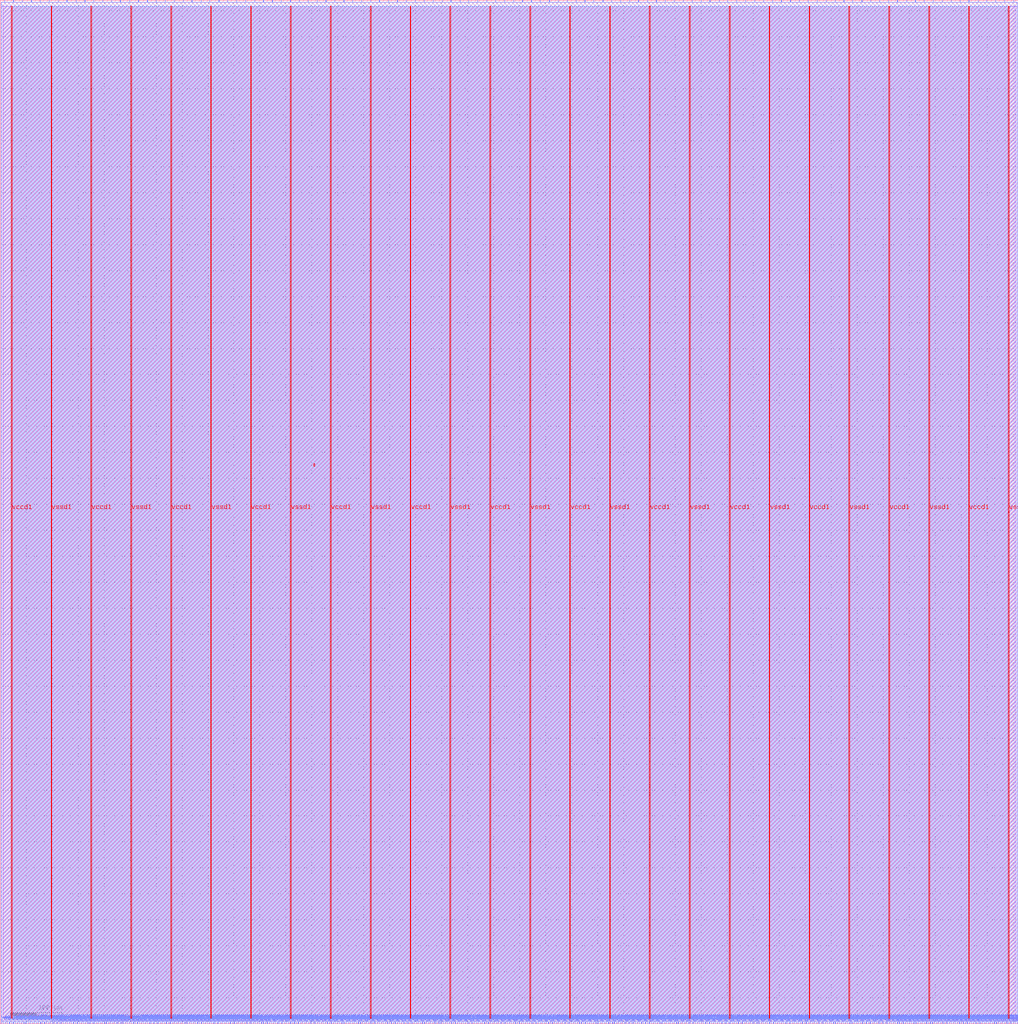
<source format=lef>
VERSION 5.7 ;
  NOWIREEXTENSIONATPIN ON ;
  DIVIDERCHAR "/" ;
  BUSBITCHARS "[]" ;
MACRO computer
  CLASS BLOCK ;
  FOREIGN computer ;
  ORIGIN 0.000 0.000 ;
  SIZE 1959.875 BY 1970.595 ;
  PIN io_in[0]
    DIRECTION INPUT ;
    USE SIGNAL ;
    PORT
      LAYER met2 ;
        RECT 8.370 1966.595 8.650 1970.595 ;
    END
  END io_in[0]
  PIN io_in[10]
    DIRECTION INPUT ;
    USE SIGNAL ;
    PORT
      LAYER met2 ;
        RECT 524.030 1966.595 524.310 1970.595 ;
    END
  END io_in[10]
  PIN io_in[11]
    DIRECTION INPUT ;
    USE SIGNAL ;
    PORT
      LAYER met2 ;
        RECT 575.550 1966.595 575.830 1970.595 ;
    END
  END io_in[11]
  PIN io_in[12]
    DIRECTION INPUT ;
    USE SIGNAL ;
    PORT
      LAYER met2 ;
        RECT 627.070 1966.595 627.350 1970.595 ;
    END
  END io_in[12]
  PIN io_in[13]
    DIRECTION INPUT ;
    USE SIGNAL ;
    PORT
      LAYER met2 ;
        RECT 678.590 1966.595 678.870 1970.595 ;
    END
  END io_in[13]
  PIN io_in[14]
    DIRECTION INPUT ;
    USE SIGNAL ;
    PORT
      LAYER met2 ;
        RECT 730.110 1966.595 730.390 1970.595 ;
    END
  END io_in[14]
  PIN io_in[15]
    DIRECTION INPUT ;
    USE SIGNAL ;
    PORT
      LAYER met2 ;
        RECT 781.630 1966.595 781.910 1970.595 ;
    END
  END io_in[15]
  PIN io_in[16]
    DIRECTION INPUT ;
    USE SIGNAL ;
    PORT
      LAYER met2 ;
        RECT 833.610 1966.595 833.890 1970.595 ;
    END
  END io_in[16]
  PIN io_in[17]
    DIRECTION INPUT ;
    USE SIGNAL ;
    PORT
      LAYER met2 ;
        RECT 885.130 1966.595 885.410 1970.595 ;
    END
  END io_in[17]
  PIN io_in[18]
    DIRECTION INPUT ;
    USE SIGNAL ;
    PORT
      LAYER met2 ;
        RECT 936.650 1966.595 936.930 1970.595 ;
    END
  END io_in[18]
  PIN io_in[19]
    DIRECTION INPUT ;
    USE SIGNAL ;
    PORT
      LAYER met2 ;
        RECT 988.170 1966.595 988.450 1970.595 ;
    END
  END io_in[19]
  PIN io_in[1]
    DIRECTION INPUT ;
    USE SIGNAL ;
    PORT
      LAYER met2 ;
        RECT 59.890 1966.595 60.170 1970.595 ;
    END
  END io_in[1]
  PIN io_in[20]
    DIRECTION INPUT ;
    USE SIGNAL ;
    PORT
      LAYER met2 ;
        RECT 1039.690 1966.595 1039.970 1970.595 ;
    END
  END io_in[20]
  PIN io_in[21]
    DIRECTION INPUT ;
    USE SIGNAL ;
    PORT
      LAYER met2 ;
        RECT 1091.210 1966.595 1091.490 1970.595 ;
    END
  END io_in[21]
  PIN io_in[22]
    DIRECTION INPUT ;
    USE SIGNAL ;
    PORT
      LAYER met2 ;
        RECT 1142.730 1966.595 1143.010 1970.595 ;
    END
  END io_in[22]
  PIN io_in[23]
    DIRECTION INPUT ;
    USE SIGNAL ;
    PORT
      LAYER met2 ;
        RECT 1194.710 1966.595 1194.990 1970.595 ;
    END
  END io_in[23]
  PIN io_in[24]
    DIRECTION INPUT ;
    USE SIGNAL ;
    PORT
      LAYER met2 ;
        RECT 1246.230 1966.595 1246.510 1970.595 ;
    END
  END io_in[24]
  PIN io_in[25]
    DIRECTION INPUT ;
    USE SIGNAL ;
    PORT
      LAYER met2 ;
        RECT 1297.750 1966.595 1298.030 1970.595 ;
    END
  END io_in[25]
  PIN io_in[26]
    DIRECTION INPUT ;
    USE SIGNAL ;
    PORT
      LAYER met2 ;
        RECT 1349.270 1966.595 1349.550 1970.595 ;
    END
  END io_in[26]
  PIN io_in[27]
    DIRECTION INPUT ;
    USE SIGNAL ;
    PORT
      LAYER met2 ;
        RECT 1400.790 1966.595 1401.070 1970.595 ;
    END
  END io_in[27]
  PIN io_in[28]
    DIRECTION INPUT ;
    USE SIGNAL ;
    PORT
      LAYER met2 ;
        RECT 1452.310 1966.595 1452.590 1970.595 ;
    END
  END io_in[28]
  PIN io_in[29]
    DIRECTION INPUT ;
    USE SIGNAL ;
    PORT
      LAYER met2 ;
        RECT 1503.830 1966.595 1504.110 1970.595 ;
    END
  END io_in[29]
  PIN io_in[2]
    DIRECTION INPUT ;
    USE SIGNAL ;
    PORT
      LAYER met2 ;
        RECT 111.410 1966.595 111.690 1970.595 ;
    END
  END io_in[2]
  PIN io_in[30]
    DIRECTION INPUT ;
    USE SIGNAL ;
    PORT
      LAYER met2 ;
        RECT 1555.350 1966.595 1555.630 1970.595 ;
    END
  END io_in[30]
  PIN io_in[31]
    DIRECTION INPUT ;
    USE SIGNAL ;
    PORT
      LAYER met2 ;
        RECT 1607.330 1966.595 1607.610 1970.595 ;
    END
  END io_in[31]
  PIN io_in[32]
    DIRECTION INPUT ;
    USE SIGNAL ;
    PORT
      LAYER met2 ;
        RECT 1658.850 1966.595 1659.130 1970.595 ;
    END
  END io_in[32]
  PIN io_in[33]
    DIRECTION INPUT ;
    USE SIGNAL ;
    PORT
      LAYER met2 ;
        RECT 1710.370 1966.595 1710.650 1970.595 ;
    END
  END io_in[33]
  PIN io_in[34]
    DIRECTION INPUT ;
    USE SIGNAL ;
    PORT
      LAYER met2 ;
        RECT 1761.890 1966.595 1762.170 1970.595 ;
    END
  END io_in[34]
  PIN io_in[35]
    DIRECTION INPUT ;
    USE SIGNAL ;
    PORT
      LAYER met2 ;
        RECT 1813.410 1966.595 1813.690 1970.595 ;
    END
  END io_in[35]
  PIN io_in[36]
    DIRECTION INPUT ;
    USE SIGNAL ;
    PORT
      LAYER met2 ;
        RECT 1864.930 1966.595 1865.210 1970.595 ;
    END
  END io_in[36]
  PIN io_in[37]
    DIRECTION INPUT ;
    USE SIGNAL ;
    PORT
      LAYER met2 ;
        RECT 1916.450 1966.595 1916.730 1970.595 ;
    END
  END io_in[37]
  PIN io_in[3]
    DIRECTION INPUT ;
    USE SIGNAL ;
    PORT
      LAYER met2 ;
        RECT 162.930 1966.595 163.210 1970.595 ;
    END
  END io_in[3]
  PIN io_in[4]
    DIRECTION INPUT ;
    USE SIGNAL ;
    PORT
      LAYER met2 ;
        RECT 214.450 1966.595 214.730 1970.595 ;
    END
  END io_in[4]
  PIN io_in[5]
    DIRECTION INPUT ;
    USE SIGNAL ;
    PORT
      LAYER met2 ;
        RECT 265.970 1966.595 266.250 1970.595 ;
    END
  END io_in[5]
  PIN io_in[6]
    DIRECTION INPUT ;
    USE SIGNAL ;
    PORT
      LAYER met2 ;
        RECT 317.490 1966.595 317.770 1970.595 ;
    END
  END io_in[6]
  PIN io_in[7]
    DIRECTION INPUT ;
    USE SIGNAL ;
    PORT
      LAYER met2 ;
        RECT 369.010 1966.595 369.290 1970.595 ;
    END
  END io_in[7]
  PIN io_in[8]
    DIRECTION INPUT ;
    USE SIGNAL ;
    PORT
      LAYER met2 ;
        RECT 420.990 1966.595 421.270 1970.595 ;
    END
  END io_in[8]
  PIN io_in[9]
    DIRECTION INPUT ;
    USE SIGNAL ;
    PORT
      LAYER met2 ;
        RECT 472.510 1966.595 472.790 1970.595 ;
    END
  END io_in[9]
  PIN io_oeb[0]
    DIRECTION OUTPUT TRISTATE ;
    USE SIGNAL ;
    PORT
      LAYER met2 ;
        RECT 25.390 1966.595 25.670 1970.595 ;
    END
  END io_oeb[0]
  PIN io_oeb[10]
    DIRECTION OUTPUT TRISTATE ;
    USE SIGNAL ;
    PORT
      LAYER met2 ;
        RECT 541.050 1966.595 541.330 1970.595 ;
    END
  END io_oeb[10]
  PIN io_oeb[11]
    DIRECTION OUTPUT TRISTATE ;
    USE SIGNAL ;
    PORT
      LAYER met2 ;
        RECT 592.570 1966.595 592.850 1970.595 ;
    END
  END io_oeb[11]
  PIN io_oeb[12]
    DIRECTION OUTPUT TRISTATE ;
    USE SIGNAL ;
    PORT
      LAYER met2 ;
        RECT 644.090 1966.595 644.370 1970.595 ;
    END
  END io_oeb[12]
  PIN io_oeb[13]
    DIRECTION OUTPUT TRISTATE ;
    USE SIGNAL ;
    PORT
      LAYER met2 ;
        RECT 696.070 1966.595 696.350 1970.595 ;
    END
  END io_oeb[13]
  PIN io_oeb[14]
    DIRECTION OUTPUT TRISTATE ;
    USE SIGNAL ;
    PORT
      LAYER met2 ;
        RECT 747.590 1966.595 747.870 1970.595 ;
    END
  END io_oeb[14]
  PIN io_oeb[15]
    DIRECTION OUTPUT TRISTATE ;
    USE SIGNAL ;
    PORT
      LAYER met2 ;
        RECT 799.110 1966.595 799.390 1970.595 ;
    END
  END io_oeb[15]
  PIN io_oeb[16]
    DIRECTION OUTPUT TRISTATE ;
    USE SIGNAL ;
    PORT
      LAYER met2 ;
        RECT 850.630 1966.595 850.910 1970.595 ;
    END
  END io_oeb[16]
  PIN io_oeb[17]
    DIRECTION OUTPUT TRISTATE ;
    USE SIGNAL ;
    PORT
      LAYER met2 ;
        RECT 902.150 1966.595 902.430 1970.595 ;
    END
  END io_oeb[17]
  PIN io_oeb[18]
    DIRECTION OUTPUT TRISTATE ;
    USE SIGNAL ;
    PORT
      LAYER met2 ;
        RECT 953.670 1966.595 953.950 1970.595 ;
    END
  END io_oeb[18]
  PIN io_oeb[19]
    DIRECTION OUTPUT TRISTATE ;
    USE SIGNAL ;
    PORT
      LAYER met2 ;
        RECT 1005.190 1966.595 1005.470 1970.595 ;
    END
  END io_oeb[19]
  PIN io_oeb[1]
    DIRECTION OUTPUT TRISTATE ;
    USE SIGNAL ;
    PORT
      LAYER met2 ;
        RECT 76.910 1966.595 77.190 1970.595 ;
    END
  END io_oeb[1]
  PIN io_oeb[20]
    DIRECTION OUTPUT TRISTATE ;
    USE SIGNAL ;
    PORT
      LAYER met2 ;
        RECT 1057.170 1966.595 1057.450 1970.595 ;
    END
  END io_oeb[20]
  PIN io_oeb[21]
    DIRECTION OUTPUT TRISTATE ;
    USE SIGNAL ;
    PORT
      LAYER met2 ;
        RECT 1108.690 1966.595 1108.970 1970.595 ;
    END
  END io_oeb[21]
  PIN io_oeb[22]
    DIRECTION OUTPUT TRISTATE ;
    USE SIGNAL ;
    PORT
      LAYER met2 ;
        RECT 1160.210 1966.595 1160.490 1970.595 ;
    END
  END io_oeb[22]
  PIN io_oeb[23]
    DIRECTION OUTPUT TRISTATE ;
    USE SIGNAL ;
    PORT
      LAYER met2 ;
        RECT 1211.730 1966.595 1212.010 1970.595 ;
    END
  END io_oeb[23]
  PIN io_oeb[24]
    DIRECTION OUTPUT TRISTATE ;
    USE SIGNAL ;
    PORT
      LAYER met2 ;
        RECT 1263.250 1966.595 1263.530 1970.595 ;
    END
  END io_oeb[24]
  PIN io_oeb[25]
    DIRECTION OUTPUT TRISTATE ;
    USE SIGNAL ;
    PORT
      LAYER met2 ;
        RECT 1314.770 1966.595 1315.050 1970.595 ;
    END
  END io_oeb[25]
  PIN io_oeb[26]
    DIRECTION OUTPUT TRISTATE ;
    USE SIGNAL ;
    PORT
      LAYER met2 ;
        RECT 1366.290 1966.595 1366.570 1970.595 ;
    END
  END io_oeb[26]
  PIN io_oeb[27]
    DIRECTION OUTPUT TRISTATE ;
    USE SIGNAL ;
    PORT
      LAYER met2 ;
        RECT 1417.810 1966.595 1418.090 1970.595 ;
    END
  END io_oeb[27]
  PIN io_oeb[28]
    DIRECTION OUTPUT TRISTATE ;
    USE SIGNAL ;
    PORT
      LAYER met2 ;
        RECT 1469.790 1966.595 1470.070 1970.595 ;
    END
  END io_oeb[28]
  PIN io_oeb[29]
    DIRECTION OUTPUT TRISTATE ;
    USE SIGNAL ;
    PORT
      LAYER met2 ;
        RECT 1521.310 1966.595 1521.590 1970.595 ;
    END
  END io_oeb[29]
  PIN io_oeb[2]
    DIRECTION OUTPUT TRISTATE ;
    USE SIGNAL ;
    PORT
      LAYER met2 ;
        RECT 128.430 1966.595 128.710 1970.595 ;
    END
  END io_oeb[2]
  PIN io_oeb[30]
    DIRECTION OUTPUT TRISTATE ;
    USE SIGNAL ;
    PORT
      LAYER met2 ;
        RECT 1572.830 1966.595 1573.110 1970.595 ;
    END
  END io_oeb[30]
  PIN io_oeb[31]
    DIRECTION OUTPUT TRISTATE ;
    USE SIGNAL ;
    PORT
      LAYER met2 ;
        RECT 1624.350 1966.595 1624.630 1970.595 ;
    END
  END io_oeb[31]
  PIN io_oeb[32]
    DIRECTION OUTPUT TRISTATE ;
    USE SIGNAL ;
    PORT
      LAYER met2 ;
        RECT 1675.870 1966.595 1676.150 1970.595 ;
    END
  END io_oeb[32]
  PIN io_oeb[33]
    DIRECTION OUTPUT TRISTATE ;
    USE SIGNAL ;
    PORT
      LAYER met2 ;
        RECT 1727.390 1966.595 1727.670 1970.595 ;
    END
  END io_oeb[33]
  PIN io_oeb[34]
    DIRECTION OUTPUT TRISTATE ;
    USE SIGNAL ;
    PORT
      LAYER met2 ;
        RECT 1778.910 1966.595 1779.190 1970.595 ;
    END
  END io_oeb[34]
  PIN io_oeb[35]
    DIRECTION OUTPUT TRISTATE ;
    USE SIGNAL ;
    PORT
      LAYER met2 ;
        RECT 1830.430 1966.595 1830.710 1970.595 ;
    END
  END io_oeb[35]
  PIN io_oeb[36]
    DIRECTION OUTPUT TRISTATE ;
    USE SIGNAL ;
    PORT
      LAYER met2 ;
        RECT 1882.410 1966.595 1882.690 1970.595 ;
    END
  END io_oeb[36]
  PIN io_oeb[37]
    DIRECTION OUTPUT TRISTATE ;
    USE SIGNAL ;
    PORT
      LAYER met2 ;
        RECT 1933.930 1966.595 1934.210 1970.595 ;
    END
  END io_oeb[37]
  PIN io_oeb[3]
    DIRECTION OUTPUT TRISTATE ;
    USE SIGNAL ;
    PORT
      LAYER met2 ;
        RECT 179.950 1966.595 180.230 1970.595 ;
    END
  END io_oeb[3]
  PIN io_oeb[4]
    DIRECTION OUTPUT TRISTATE ;
    USE SIGNAL ;
    PORT
      LAYER met2 ;
        RECT 231.470 1966.595 231.750 1970.595 ;
    END
  END io_oeb[4]
  PIN io_oeb[5]
    DIRECTION OUTPUT TRISTATE ;
    USE SIGNAL ;
    PORT
      LAYER met2 ;
        RECT 283.450 1966.595 283.730 1970.595 ;
    END
  END io_oeb[5]
  PIN io_oeb[6]
    DIRECTION OUTPUT TRISTATE ;
    USE SIGNAL ;
    PORT
      LAYER met2 ;
        RECT 334.970 1966.595 335.250 1970.595 ;
    END
  END io_oeb[6]
  PIN io_oeb[7]
    DIRECTION OUTPUT TRISTATE ;
    USE SIGNAL ;
    PORT
      LAYER met2 ;
        RECT 386.490 1966.595 386.770 1970.595 ;
    END
  END io_oeb[7]
  PIN io_oeb[8]
    DIRECTION OUTPUT TRISTATE ;
    USE SIGNAL ;
    PORT
      LAYER met2 ;
        RECT 438.010 1966.595 438.290 1970.595 ;
    END
  END io_oeb[8]
  PIN io_oeb[9]
    DIRECTION OUTPUT TRISTATE ;
    USE SIGNAL ;
    PORT
      LAYER met2 ;
        RECT 489.530 1966.595 489.810 1970.595 ;
    END
  END io_oeb[9]
  PIN io_out[0]
    DIRECTION OUTPUT TRISTATE ;
    USE SIGNAL ;
    PORT
      LAYER met2 ;
        RECT 42.410 1966.595 42.690 1970.595 ;
    END
  END io_out[0]
  PIN io_out[10]
    DIRECTION OUTPUT TRISTATE ;
    USE SIGNAL ;
    PORT
      LAYER met2 ;
        RECT 558.530 1966.595 558.810 1970.595 ;
    END
  END io_out[10]
  PIN io_out[11]
    DIRECTION OUTPUT TRISTATE ;
    USE SIGNAL ;
    PORT
      LAYER met2 ;
        RECT 610.050 1966.595 610.330 1970.595 ;
    END
  END io_out[11]
  PIN io_out[12]
    DIRECTION OUTPUT TRISTATE ;
    USE SIGNAL ;
    PORT
      LAYER met2 ;
        RECT 661.570 1966.595 661.850 1970.595 ;
    END
  END io_out[12]
  PIN io_out[13]
    DIRECTION OUTPUT TRISTATE ;
    USE SIGNAL ;
    PORT
      LAYER met2 ;
        RECT 713.090 1966.595 713.370 1970.595 ;
    END
  END io_out[13]
  PIN io_out[14]
    DIRECTION OUTPUT TRISTATE ;
    USE SIGNAL ;
    PORT
      LAYER met2 ;
        RECT 764.610 1966.595 764.890 1970.595 ;
    END
  END io_out[14]
  PIN io_out[15]
    DIRECTION OUTPUT TRISTATE ;
    USE SIGNAL ;
    PORT
      LAYER met2 ;
        RECT 816.130 1966.595 816.410 1970.595 ;
    END
  END io_out[15]
  PIN io_out[16]
    DIRECTION OUTPUT TRISTATE ;
    USE SIGNAL ;
    PORT
      LAYER met2 ;
        RECT 867.650 1966.595 867.930 1970.595 ;
    END
  END io_out[16]
  PIN io_out[17]
    DIRECTION OUTPUT TRISTATE ;
    USE SIGNAL ;
    PORT
      LAYER met2 ;
        RECT 919.170 1966.595 919.450 1970.595 ;
    END
  END io_out[17]
  PIN io_out[18]
    DIRECTION OUTPUT TRISTATE ;
    USE SIGNAL ;
    PORT
      LAYER met2 ;
        RECT 971.150 1966.595 971.430 1970.595 ;
    END
  END io_out[18]
  PIN io_out[19]
    DIRECTION OUTPUT TRISTATE ;
    USE SIGNAL ;
    PORT
      LAYER met2 ;
        RECT 1022.670 1966.595 1022.950 1970.595 ;
    END
  END io_out[19]
  PIN io_out[1]
    DIRECTION OUTPUT TRISTATE ;
    USE SIGNAL ;
    PORT
      LAYER met2 ;
        RECT 93.930 1966.595 94.210 1970.595 ;
    END
  END io_out[1]
  PIN io_out[20]
    DIRECTION OUTPUT TRISTATE ;
    USE SIGNAL ;
    PORT
      LAYER met2 ;
        RECT 1074.190 1966.595 1074.470 1970.595 ;
    END
  END io_out[20]
  PIN io_out[21]
    DIRECTION OUTPUT TRISTATE ;
    USE SIGNAL ;
    PORT
      LAYER met2 ;
        RECT 1125.710 1966.595 1125.990 1970.595 ;
    END
  END io_out[21]
  PIN io_out[22]
    DIRECTION OUTPUT TRISTATE ;
    USE SIGNAL ;
    PORT
      LAYER met2 ;
        RECT 1177.230 1966.595 1177.510 1970.595 ;
    END
  END io_out[22]
  PIN io_out[23]
    DIRECTION OUTPUT TRISTATE ;
    USE SIGNAL ;
    PORT
      LAYER met2 ;
        RECT 1228.750 1966.595 1229.030 1970.595 ;
    END
  END io_out[23]
  PIN io_out[24]
    DIRECTION OUTPUT TRISTATE ;
    USE SIGNAL ;
    PORT
      LAYER met2 ;
        RECT 1280.270 1966.595 1280.550 1970.595 ;
    END
  END io_out[24]
  PIN io_out[25]
    DIRECTION OUTPUT TRISTATE ;
    USE SIGNAL ;
    PORT
      LAYER met2 ;
        RECT 1332.250 1966.595 1332.530 1970.595 ;
    END
  END io_out[25]
  PIN io_out[26]
    DIRECTION OUTPUT TRISTATE ;
    USE SIGNAL ;
    PORT
      LAYER met2 ;
        RECT 1383.770 1966.595 1384.050 1970.595 ;
    END
  END io_out[26]
  PIN io_out[27]
    DIRECTION OUTPUT TRISTATE ;
    USE SIGNAL ;
    PORT
      LAYER met2 ;
        RECT 1435.290 1966.595 1435.570 1970.595 ;
    END
  END io_out[27]
  PIN io_out[28]
    DIRECTION OUTPUT TRISTATE ;
    USE SIGNAL ;
    PORT
      LAYER met2 ;
        RECT 1486.810 1966.595 1487.090 1970.595 ;
    END
  END io_out[28]
  PIN io_out[29]
    DIRECTION OUTPUT TRISTATE ;
    USE SIGNAL ;
    PORT
      LAYER met2 ;
        RECT 1538.330 1966.595 1538.610 1970.595 ;
    END
  END io_out[29]
  PIN io_out[2]
    DIRECTION OUTPUT TRISTATE ;
    USE SIGNAL ;
    PORT
      LAYER met2 ;
        RECT 145.910 1966.595 146.190 1970.595 ;
    END
  END io_out[2]
  PIN io_out[30]
    DIRECTION OUTPUT TRISTATE ;
    USE SIGNAL ;
    PORT
      LAYER met2 ;
        RECT 1589.850 1966.595 1590.130 1970.595 ;
    END
  END io_out[30]
  PIN io_out[31]
    DIRECTION OUTPUT TRISTATE ;
    USE SIGNAL ;
    PORT
      LAYER met2 ;
        RECT 1641.370 1966.595 1641.650 1970.595 ;
    END
  END io_out[31]
  PIN io_out[32]
    DIRECTION OUTPUT TRISTATE ;
    USE SIGNAL ;
    PORT
      LAYER met2 ;
        RECT 1692.890 1966.595 1693.170 1970.595 ;
    END
  END io_out[32]
  PIN io_out[33]
    DIRECTION OUTPUT TRISTATE ;
    USE SIGNAL ;
    PORT
      LAYER met2 ;
        RECT 1744.870 1966.595 1745.150 1970.595 ;
    END
  END io_out[33]
  PIN io_out[34]
    DIRECTION OUTPUT TRISTATE ;
    USE SIGNAL ;
    PORT
      LAYER met2 ;
        RECT 1796.390 1966.595 1796.670 1970.595 ;
    END
  END io_out[34]
  PIN io_out[35]
    DIRECTION OUTPUT TRISTATE ;
    USE SIGNAL ;
    PORT
      LAYER met2 ;
        RECT 1847.910 1966.595 1848.190 1970.595 ;
    END
  END io_out[35]
  PIN io_out[36]
    DIRECTION OUTPUT TRISTATE ;
    USE SIGNAL ;
    PORT
      LAYER met2 ;
        RECT 1899.430 1966.595 1899.710 1970.595 ;
    END
  END io_out[36]
  PIN io_out[37]
    DIRECTION OUTPUT TRISTATE ;
    USE SIGNAL ;
    PORT
      LAYER met2 ;
        RECT 1950.950 1966.595 1951.230 1970.595 ;
    END
  END io_out[37]
  PIN io_out[3]
    DIRECTION OUTPUT TRISTATE ;
    USE SIGNAL ;
    PORT
      LAYER met2 ;
        RECT 197.430 1966.595 197.710 1970.595 ;
    END
  END io_out[3]
  PIN io_out[4]
    DIRECTION OUTPUT TRISTATE ;
    USE SIGNAL ;
    PORT
      LAYER met2 ;
        RECT 248.950 1966.595 249.230 1970.595 ;
    END
  END io_out[4]
  PIN io_out[5]
    DIRECTION OUTPUT TRISTATE ;
    USE SIGNAL ;
    PORT
      LAYER met2 ;
        RECT 300.470 1966.595 300.750 1970.595 ;
    END
  END io_out[5]
  PIN io_out[6]
    DIRECTION OUTPUT TRISTATE ;
    USE SIGNAL ;
    PORT
      LAYER met2 ;
        RECT 351.990 1966.595 352.270 1970.595 ;
    END
  END io_out[6]
  PIN io_out[7]
    DIRECTION OUTPUT TRISTATE ;
    USE SIGNAL ;
    PORT
      LAYER met2 ;
        RECT 403.510 1966.595 403.790 1970.595 ;
    END
  END io_out[7]
  PIN io_out[8]
    DIRECTION OUTPUT TRISTATE ;
    USE SIGNAL ;
    PORT
      LAYER met2 ;
        RECT 455.030 1966.595 455.310 1970.595 ;
    END
  END io_out[8]
  PIN io_out[9]
    DIRECTION OUTPUT TRISTATE ;
    USE SIGNAL ;
    PORT
      LAYER met2 ;
        RECT 506.550 1966.595 506.830 1970.595 ;
    END
  END io_out[9]
  PIN irq[0]
    DIRECTION OUTPUT TRISTATE ;
    USE SIGNAL ;
    PORT
      LAYER met2 ;
        RECT 1950.030 0.000 1950.310 4.000 ;
    END
  END irq[0]
  PIN irq[1]
    DIRECTION OUTPUT TRISTATE ;
    USE SIGNAL ;
    PORT
      LAYER met2 ;
        RECT 1953.710 0.000 1953.990 4.000 ;
    END
  END irq[1]
  PIN irq[2]
    DIRECTION OUTPUT TRISTATE ;
    USE SIGNAL ;
    PORT
      LAYER met2 ;
        RECT 1957.850 0.000 1958.130 4.000 ;
    END
  END irq[2]
  PIN la_data_in[0]
    DIRECTION INPUT ;
    USE SIGNAL ;
    PORT
      LAYER met2 ;
        RECT 423.290 0.000 423.570 4.000 ;
    END
  END la_data_in[0]
  PIN la_data_in[100]
    DIRECTION INPUT ;
    USE SIGNAL ;
    PORT
      LAYER met2 ;
        RECT 1616.070 0.000 1616.350 4.000 ;
    END
  END la_data_in[100]
  PIN la_data_in[101]
    DIRECTION INPUT ;
    USE SIGNAL ;
    PORT
      LAYER met2 ;
        RECT 1627.570 0.000 1627.850 4.000 ;
    END
  END la_data_in[101]
  PIN la_data_in[102]
    DIRECTION INPUT ;
    USE SIGNAL ;
    PORT
      LAYER met2 ;
        RECT 1639.530 0.000 1639.810 4.000 ;
    END
  END la_data_in[102]
  PIN la_data_in[103]
    DIRECTION INPUT ;
    USE SIGNAL ;
    PORT
      LAYER met2 ;
        RECT 1651.490 0.000 1651.770 4.000 ;
    END
  END la_data_in[103]
  PIN la_data_in[104]
    DIRECTION INPUT ;
    USE SIGNAL ;
    PORT
      LAYER met2 ;
        RECT 1663.450 0.000 1663.730 4.000 ;
    END
  END la_data_in[104]
  PIN la_data_in[105]
    DIRECTION INPUT ;
    USE SIGNAL ;
    PORT
      LAYER met2 ;
        RECT 1675.410 0.000 1675.690 4.000 ;
    END
  END la_data_in[105]
  PIN la_data_in[106]
    DIRECTION INPUT ;
    USE SIGNAL ;
    PORT
      LAYER met2 ;
        RECT 1687.370 0.000 1687.650 4.000 ;
    END
  END la_data_in[106]
  PIN la_data_in[107]
    DIRECTION INPUT ;
    USE SIGNAL ;
    PORT
      LAYER met2 ;
        RECT 1699.330 0.000 1699.610 4.000 ;
    END
  END la_data_in[107]
  PIN la_data_in[108]
    DIRECTION INPUT ;
    USE SIGNAL ;
    PORT
      LAYER met2 ;
        RECT 1711.290 0.000 1711.570 4.000 ;
    END
  END la_data_in[108]
  PIN la_data_in[109]
    DIRECTION INPUT ;
    USE SIGNAL ;
    PORT
      LAYER met2 ;
        RECT 1723.250 0.000 1723.530 4.000 ;
    END
  END la_data_in[109]
  PIN la_data_in[10]
    DIRECTION INPUT ;
    USE SIGNAL ;
    PORT
      LAYER met2 ;
        RECT 542.430 0.000 542.710 4.000 ;
    END
  END la_data_in[10]
  PIN la_data_in[110]
    DIRECTION INPUT ;
    USE SIGNAL ;
    PORT
      LAYER met2 ;
        RECT 1735.210 0.000 1735.490 4.000 ;
    END
  END la_data_in[110]
  PIN la_data_in[111]
    DIRECTION INPUT ;
    USE SIGNAL ;
    PORT
      LAYER met2 ;
        RECT 1747.170 0.000 1747.450 4.000 ;
    END
  END la_data_in[111]
  PIN la_data_in[112]
    DIRECTION INPUT ;
    USE SIGNAL ;
    PORT
      LAYER met2 ;
        RECT 1759.130 0.000 1759.410 4.000 ;
    END
  END la_data_in[112]
  PIN la_data_in[113]
    DIRECTION INPUT ;
    USE SIGNAL ;
    PORT
      LAYER met2 ;
        RECT 1771.090 0.000 1771.370 4.000 ;
    END
  END la_data_in[113]
  PIN la_data_in[114]
    DIRECTION INPUT ;
    USE SIGNAL ;
    PORT
      LAYER met2 ;
        RECT 1783.050 0.000 1783.330 4.000 ;
    END
  END la_data_in[114]
  PIN la_data_in[115]
    DIRECTION INPUT ;
    USE SIGNAL ;
    PORT
      LAYER met2 ;
        RECT 1794.550 0.000 1794.830 4.000 ;
    END
  END la_data_in[115]
  PIN la_data_in[116]
    DIRECTION INPUT ;
    USE SIGNAL ;
    PORT
      LAYER met2 ;
        RECT 1806.510 0.000 1806.790 4.000 ;
    END
  END la_data_in[116]
  PIN la_data_in[117]
    DIRECTION INPUT ;
    USE SIGNAL ;
    PORT
      LAYER met2 ;
        RECT 1818.470 0.000 1818.750 4.000 ;
    END
  END la_data_in[117]
  PIN la_data_in[118]
    DIRECTION INPUT ;
    USE SIGNAL ;
    PORT
      LAYER met2 ;
        RECT 1830.430 0.000 1830.710 4.000 ;
    END
  END la_data_in[118]
  PIN la_data_in[119]
    DIRECTION INPUT ;
    USE SIGNAL ;
    PORT
      LAYER met2 ;
        RECT 1842.390 0.000 1842.670 4.000 ;
    END
  END la_data_in[119]
  PIN la_data_in[11]
    DIRECTION INPUT ;
    USE SIGNAL ;
    PORT
      LAYER met2 ;
        RECT 554.390 0.000 554.670 4.000 ;
    END
  END la_data_in[11]
  PIN la_data_in[120]
    DIRECTION INPUT ;
    USE SIGNAL ;
    PORT
      LAYER met2 ;
        RECT 1854.350 0.000 1854.630 4.000 ;
    END
  END la_data_in[120]
  PIN la_data_in[121]
    DIRECTION INPUT ;
    USE SIGNAL ;
    PORT
      LAYER met2 ;
        RECT 1866.310 0.000 1866.590 4.000 ;
    END
  END la_data_in[121]
  PIN la_data_in[122]
    DIRECTION INPUT ;
    USE SIGNAL ;
    PORT
      LAYER met2 ;
        RECT 1878.270 0.000 1878.550 4.000 ;
    END
  END la_data_in[122]
  PIN la_data_in[123]
    DIRECTION INPUT ;
    USE SIGNAL ;
    PORT
      LAYER met2 ;
        RECT 1890.230 0.000 1890.510 4.000 ;
    END
  END la_data_in[123]
  PIN la_data_in[124]
    DIRECTION INPUT ;
    USE SIGNAL ;
    PORT
      LAYER met2 ;
        RECT 1902.190 0.000 1902.470 4.000 ;
    END
  END la_data_in[124]
  PIN la_data_in[125]
    DIRECTION INPUT ;
    USE SIGNAL ;
    PORT
      LAYER met2 ;
        RECT 1914.150 0.000 1914.430 4.000 ;
    END
  END la_data_in[125]
  PIN la_data_in[126]
    DIRECTION INPUT ;
    USE SIGNAL ;
    PORT
      LAYER met2 ;
        RECT 1926.110 0.000 1926.390 4.000 ;
    END
  END la_data_in[126]
  PIN la_data_in[127]
    DIRECTION INPUT ;
    USE SIGNAL ;
    PORT
      LAYER met2 ;
        RECT 1938.070 0.000 1938.350 4.000 ;
    END
  END la_data_in[127]
  PIN la_data_in[12]
    DIRECTION INPUT ;
    USE SIGNAL ;
    PORT
      LAYER met2 ;
        RECT 566.350 0.000 566.630 4.000 ;
    END
  END la_data_in[12]
  PIN la_data_in[13]
    DIRECTION INPUT ;
    USE SIGNAL ;
    PORT
      LAYER met2 ;
        RECT 578.310 0.000 578.590 4.000 ;
    END
  END la_data_in[13]
  PIN la_data_in[14]
    DIRECTION INPUT ;
    USE SIGNAL ;
    PORT
      LAYER met2 ;
        RECT 590.270 0.000 590.550 4.000 ;
    END
  END la_data_in[14]
  PIN la_data_in[15]
    DIRECTION INPUT ;
    USE SIGNAL ;
    PORT
      LAYER met2 ;
        RECT 602.230 0.000 602.510 4.000 ;
    END
  END la_data_in[15]
  PIN la_data_in[16]
    DIRECTION INPUT ;
    USE SIGNAL ;
    PORT
      LAYER met2 ;
        RECT 614.190 0.000 614.470 4.000 ;
    END
  END la_data_in[16]
  PIN la_data_in[17]
    DIRECTION INPUT ;
    USE SIGNAL ;
    PORT
      LAYER met2 ;
        RECT 625.690 0.000 625.970 4.000 ;
    END
  END la_data_in[17]
  PIN la_data_in[18]
    DIRECTION INPUT ;
    USE SIGNAL ;
    PORT
      LAYER met2 ;
        RECT 637.650 0.000 637.930 4.000 ;
    END
  END la_data_in[18]
  PIN la_data_in[19]
    DIRECTION INPUT ;
    USE SIGNAL ;
    PORT
      LAYER met2 ;
        RECT 649.610 0.000 649.890 4.000 ;
    END
  END la_data_in[19]
  PIN la_data_in[1]
    DIRECTION INPUT ;
    USE SIGNAL ;
    PORT
      LAYER met2 ;
        RECT 435.250 0.000 435.530 4.000 ;
    END
  END la_data_in[1]
  PIN la_data_in[20]
    DIRECTION INPUT ;
    USE SIGNAL ;
    PORT
      LAYER met2 ;
        RECT 661.570 0.000 661.850 4.000 ;
    END
  END la_data_in[20]
  PIN la_data_in[21]
    DIRECTION INPUT ;
    USE SIGNAL ;
    PORT
      LAYER met2 ;
        RECT 673.530 0.000 673.810 4.000 ;
    END
  END la_data_in[21]
  PIN la_data_in[22]
    DIRECTION INPUT ;
    USE SIGNAL ;
    PORT
      LAYER met2 ;
        RECT 685.490 0.000 685.770 4.000 ;
    END
  END la_data_in[22]
  PIN la_data_in[23]
    DIRECTION INPUT ;
    USE SIGNAL ;
    PORT
      LAYER met2 ;
        RECT 697.450 0.000 697.730 4.000 ;
    END
  END la_data_in[23]
  PIN la_data_in[24]
    DIRECTION INPUT ;
    USE SIGNAL ;
    PORT
      LAYER met2 ;
        RECT 709.410 0.000 709.690 4.000 ;
    END
  END la_data_in[24]
  PIN la_data_in[25]
    DIRECTION INPUT ;
    USE SIGNAL ;
    PORT
      LAYER met2 ;
        RECT 721.370 0.000 721.650 4.000 ;
    END
  END la_data_in[25]
  PIN la_data_in[26]
    DIRECTION INPUT ;
    USE SIGNAL ;
    PORT
      LAYER met2 ;
        RECT 733.330 0.000 733.610 4.000 ;
    END
  END la_data_in[26]
  PIN la_data_in[27]
    DIRECTION INPUT ;
    USE SIGNAL ;
    PORT
      LAYER met2 ;
        RECT 745.290 0.000 745.570 4.000 ;
    END
  END la_data_in[27]
  PIN la_data_in[28]
    DIRECTION INPUT ;
    USE SIGNAL ;
    PORT
      LAYER met2 ;
        RECT 757.250 0.000 757.530 4.000 ;
    END
  END la_data_in[28]
  PIN la_data_in[29]
    DIRECTION INPUT ;
    USE SIGNAL ;
    PORT
      LAYER met2 ;
        RECT 769.210 0.000 769.490 4.000 ;
    END
  END la_data_in[29]
  PIN la_data_in[2]
    DIRECTION INPUT ;
    USE SIGNAL ;
    PORT
      LAYER met2 ;
        RECT 447.210 0.000 447.490 4.000 ;
    END
  END la_data_in[2]
  PIN la_data_in[30]
    DIRECTION INPUT ;
    USE SIGNAL ;
    PORT
      LAYER met2 ;
        RECT 781.170 0.000 781.450 4.000 ;
    END
  END la_data_in[30]
  PIN la_data_in[31]
    DIRECTION INPUT ;
    USE SIGNAL ;
    PORT
      LAYER met2 ;
        RECT 792.670 0.000 792.950 4.000 ;
    END
  END la_data_in[31]
  PIN la_data_in[32]
    DIRECTION INPUT ;
    USE SIGNAL ;
    PORT
      LAYER met2 ;
        RECT 804.630 0.000 804.910 4.000 ;
    END
  END la_data_in[32]
  PIN la_data_in[33]
    DIRECTION INPUT ;
    USE SIGNAL ;
    PORT
      LAYER met2 ;
        RECT 816.590 0.000 816.870 4.000 ;
    END
  END la_data_in[33]
  PIN la_data_in[34]
    DIRECTION INPUT ;
    USE SIGNAL ;
    PORT
      LAYER met2 ;
        RECT 828.550 0.000 828.830 4.000 ;
    END
  END la_data_in[34]
  PIN la_data_in[35]
    DIRECTION INPUT ;
    USE SIGNAL ;
    PORT
      LAYER met2 ;
        RECT 840.510 0.000 840.790 4.000 ;
    END
  END la_data_in[35]
  PIN la_data_in[36]
    DIRECTION INPUT ;
    USE SIGNAL ;
    PORT
      LAYER met2 ;
        RECT 852.470 0.000 852.750 4.000 ;
    END
  END la_data_in[36]
  PIN la_data_in[37]
    DIRECTION INPUT ;
    USE SIGNAL ;
    PORT
      LAYER met2 ;
        RECT 864.430 0.000 864.710 4.000 ;
    END
  END la_data_in[37]
  PIN la_data_in[38]
    DIRECTION INPUT ;
    USE SIGNAL ;
    PORT
      LAYER met2 ;
        RECT 876.390 0.000 876.670 4.000 ;
    END
  END la_data_in[38]
  PIN la_data_in[39]
    DIRECTION INPUT ;
    USE SIGNAL ;
    PORT
      LAYER met2 ;
        RECT 888.350 0.000 888.630 4.000 ;
    END
  END la_data_in[39]
  PIN la_data_in[3]
    DIRECTION INPUT ;
    USE SIGNAL ;
    PORT
      LAYER met2 ;
        RECT 458.710 0.000 458.990 4.000 ;
    END
  END la_data_in[3]
  PIN la_data_in[40]
    DIRECTION INPUT ;
    USE SIGNAL ;
    PORT
      LAYER met2 ;
        RECT 900.310 0.000 900.590 4.000 ;
    END
  END la_data_in[40]
  PIN la_data_in[41]
    DIRECTION INPUT ;
    USE SIGNAL ;
    PORT
      LAYER met2 ;
        RECT 912.270 0.000 912.550 4.000 ;
    END
  END la_data_in[41]
  PIN la_data_in[42]
    DIRECTION INPUT ;
    USE SIGNAL ;
    PORT
      LAYER met2 ;
        RECT 924.230 0.000 924.510 4.000 ;
    END
  END la_data_in[42]
  PIN la_data_in[43]
    DIRECTION INPUT ;
    USE SIGNAL ;
    PORT
      LAYER met2 ;
        RECT 936.190 0.000 936.470 4.000 ;
    END
  END la_data_in[43]
  PIN la_data_in[44]
    DIRECTION INPUT ;
    USE SIGNAL ;
    PORT
      LAYER met2 ;
        RECT 948.150 0.000 948.430 4.000 ;
    END
  END la_data_in[44]
  PIN la_data_in[45]
    DIRECTION INPUT ;
    USE SIGNAL ;
    PORT
      LAYER met2 ;
        RECT 959.650 0.000 959.930 4.000 ;
    END
  END la_data_in[45]
  PIN la_data_in[46]
    DIRECTION INPUT ;
    USE SIGNAL ;
    PORT
      LAYER met2 ;
        RECT 971.610 0.000 971.890 4.000 ;
    END
  END la_data_in[46]
  PIN la_data_in[47]
    DIRECTION INPUT ;
    USE SIGNAL ;
    PORT
      LAYER met2 ;
        RECT 983.570 0.000 983.850 4.000 ;
    END
  END la_data_in[47]
  PIN la_data_in[48]
    DIRECTION INPUT ;
    USE SIGNAL ;
    PORT
      LAYER met2 ;
        RECT 995.530 0.000 995.810 4.000 ;
    END
  END la_data_in[48]
  PIN la_data_in[49]
    DIRECTION INPUT ;
    USE SIGNAL ;
    PORT
      LAYER met2 ;
        RECT 1007.490 0.000 1007.770 4.000 ;
    END
  END la_data_in[49]
  PIN la_data_in[4]
    DIRECTION INPUT ;
    USE SIGNAL ;
    PORT
      LAYER met2 ;
        RECT 470.670 0.000 470.950 4.000 ;
    END
  END la_data_in[4]
  PIN la_data_in[50]
    DIRECTION INPUT ;
    USE SIGNAL ;
    PORT
      LAYER met2 ;
        RECT 1019.450 0.000 1019.730 4.000 ;
    END
  END la_data_in[50]
  PIN la_data_in[51]
    DIRECTION INPUT ;
    USE SIGNAL ;
    PORT
      LAYER met2 ;
        RECT 1031.410 0.000 1031.690 4.000 ;
    END
  END la_data_in[51]
  PIN la_data_in[52]
    DIRECTION INPUT ;
    USE SIGNAL ;
    PORT
      LAYER met2 ;
        RECT 1043.370 0.000 1043.650 4.000 ;
    END
  END la_data_in[52]
  PIN la_data_in[53]
    DIRECTION INPUT ;
    USE SIGNAL ;
    PORT
      LAYER met2 ;
        RECT 1055.330 0.000 1055.610 4.000 ;
    END
  END la_data_in[53]
  PIN la_data_in[54]
    DIRECTION INPUT ;
    USE SIGNAL ;
    PORT
      LAYER met2 ;
        RECT 1067.290 0.000 1067.570 4.000 ;
    END
  END la_data_in[54]
  PIN la_data_in[55]
    DIRECTION INPUT ;
    USE SIGNAL ;
    PORT
      LAYER met2 ;
        RECT 1079.250 0.000 1079.530 4.000 ;
    END
  END la_data_in[55]
  PIN la_data_in[56]
    DIRECTION INPUT ;
    USE SIGNAL ;
    PORT
      LAYER met2 ;
        RECT 1091.210 0.000 1091.490 4.000 ;
    END
  END la_data_in[56]
  PIN la_data_in[57]
    DIRECTION INPUT ;
    USE SIGNAL ;
    PORT
      LAYER met2 ;
        RECT 1103.170 0.000 1103.450 4.000 ;
    END
  END la_data_in[57]
  PIN la_data_in[58]
    DIRECTION INPUT ;
    USE SIGNAL ;
    PORT
      LAYER met2 ;
        RECT 1115.130 0.000 1115.410 4.000 ;
    END
  END la_data_in[58]
  PIN la_data_in[59]
    DIRECTION INPUT ;
    USE SIGNAL ;
    PORT
      LAYER met2 ;
        RECT 1126.630 0.000 1126.910 4.000 ;
    END
  END la_data_in[59]
  PIN la_data_in[5]
    DIRECTION INPUT ;
    USE SIGNAL ;
    PORT
      LAYER met2 ;
        RECT 482.630 0.000 482.910 4.000 ;
    END
  END la_data_in[5]
  PIN la_data_in[60]
    DIRECTION INPUT ;
    USE SIGNAL ;
    PORT
      LAYER met2 ;
        RECT 1138.590 0.000 1138.870 4.000 ;
    END
  END la_data_in[60]
  PIN la_data_in[61]
    DIRECTION INPUT ;
    USE SIGNAL ;
    PORT
      LAYER met2 ;
        RECT 1150.550 0.000 1150.830 4.000 ;
    END
  END la_data_in[61]
  PIN la_data_in[62]
    DIRECTION INPUT ;
    USE SIGNAL ;
    PORT
      LAYER met2 ;
        RECT 1162.510 0.000 1162.790 4.000 ;
    END
  END la_data_in[62]
  PIN la_data_in[63]
    DIRECTION INPUT ;
    USE SIGNAL ;
    PORT
      LAYER met2 ;
        RECT 1174.470 0.000 1174.750 4.000 ;
    END
  END la_data_in[63]
  PIN la_data_in[64]
    DIRECTION INPUT ;
    USE SIGNAL ;
    PORT
      LAYER met2 ;
        RECT 1186.430 0.000 1186.710 4.000 ;
    END
  END la_data_in[64]
  PIN la_data_in[65]
    DIRECTION INPUT ;
    USE SIGNAL ;
    PORT
      LAYER met2 ;
        RECT 1198.390 0.000 1198.670 4.000 ;
    END
  END la_data_in[65]
  PIN la_data_in[66]
    DIRECTION INPUT ;
    USE SIGNAL ;
    PORT
      LAYER met2 ;
        RECT 1210.350 0.000 1210.630 4.000 ;
    END
  END la_data_in[66]
  PIN la_data_in[67]
    DIRECTION INPUT ;
    USE SIGNAL ;
    PORT
      LAYER met2 ;
        RECT 1222.310 0.000 1222.590 4.000 ;
    END
  END la_data_in[67]
  PIN la_data_in[68]
    DIRECTION INPUT ;
    USE SIGNAL ;
    PORT
      LAYER met2 ;
        RECT 1234.270 0.000 1234.550 4.000 ;
    END
  END la_data_in[68]
  PIN la_data_in[69]
    DIRECTION INPUT ;
    USE SIGNAL ;
    PORT
      LAYER met2 ;
        RECT 1246.230 0.000 1246.510 4.000 ;
    END
  END la_data_in[69]
  PIN la_data_in[6]
    DIRECTION INPUT ;
    USE SIGNAL ;
    PORT
      LAYER met2 ;
        RECT 494.590 0.000 494.870 4.000 ;
    END
  END la_data_in[6]
  PIN la_data_in[70]
    DIRECTION INPUT ;
    USE SIGNAL ;
    PORT
      LAYER met2 ;
        RECT 1258.190 0.000 1258.470 4.000 ;
    END
  END la_data_in[70]
  PIN la_data_in[71]
    DIRECTION INPUT ;
    USE SIGNAL ;
    PORT
      LAYER met2 ;
        RECT 1270.150 0.000 1270.430 4.000 ;
    END
  END la_data_in[71]
  PIN la_data_in[72]
    DIRECTION INPUT ;
    USE SIGNAL ;
    PORT
      LAYER met2 ;
        RECT 1282.110 0.000 1282.390 4.000 ;
    END
  END la_data_in[72]
  PIN la_data_in[73]
    DIRECTION INPUT ;
    USE SIGNAL ;
    PORT
      LAYER met2 ;
        RECT 1293.610 0.000 1293.890 4.000 ;
    END
  END la_data_in[73]
  PIN la_data_in[74]
    DIRECTION INPUT ;
    USE SIGNAL ;
    PORT
      LAYER met2 ;
        RECT 1305.570 0.000 1305.850 4.000 ;
    END
  END la_data_in[74]
  PIN la_data_in[75]
    DIRECTION INPUT ;
    USE SIGNAL ;
    PORT
      LAYER met2 ;
        RECT 1317.530 0.000 1317.810 4.000 ;
    END
  END la_data_in[75]
  PIN la_data_in[76]
    DIRECTION INPUT ;
    USE SIGNAL ;
    PORT
      LAYER met2 ;
        RECT 1329.490 0.000 1329.770 4.000 ;
    END
  END la_data_in[76]
  PIN la_data_in[77]
    DIRECTION INPUT ;
    USE SIGNAL ;
    PORT
      LAYER met2 ;
        RECT 1341.450 0.000 1341.730 4.000 ;
    END
  END la_data_in[77]
  PIN la_data_in[78]
    DIRECTION INPUT ;
    USE SIGNAL ;
    PORT
      LAYER met2 ;
        RECT 1353.410 0.000 1353.690 4.000 ;
    END
  END la_data_in[78]
  PIN la_data_in[79]
    DIRECTION INPUT ;
    USE SIGNAL ;
    PORT
      LAYER met2 ;
        RECT 1365.370 0.000 1365.650 4.000 ;
    END
  END la_data_in[79]
  PIN la_data_in[7]
    DIRECTION INPUT ;
    USE SIGNAL ;
    PORT
      LAYER met2 ;
        RECT 506.550 0.000 506.830 4.000 ;
    END
  END la_data_in[7]
  PIN la_data_in[80]
    DIRECTION INPUT ;
    USE SIGNAL ;
    PORT
      LAYER met2 ;
        RECT 1377.330 0.000 1377.610 4.000 ;
    END
  END la_data_in[80]
  PIN la_data_in[81]
    DIRECTION INPUT ;
    USE SIGNAL ;
    PORT
      LAYER met2 ;
        RECT 1389.290 0.000 1389.570 4.000 ;
    END
  END la_data_in[81]
  PIN la_data_in[82]
    DIRECTION INPUT ;
    USE SIGNAL ;
    PORT
      LAYER met2 ;
        RECT 1401.250 0.000 1401.530 4.000 ;
    END
  END la_data_in[82]
  PIN la_data_in[83]
    DIRECTION INPUT ;
    USE SIGNAL ;
    PORT
      LAYER met2 ;
        RECT 1413.210 0.000 1413.490 4.000 ;
    END
  END la_data_in[83]
  PIN la_data_in[84]
    DIRECTION INPUT ;
    USE SIGNAL ;
    PORT
      LAYER met2 ;
        RECT 1425.170 0.000 1425.450 4.000 ;
    END
  END la_data_in[84]
  PIN la_data_in[85]
    DIRECTION INPUT ;
    USE SIGNAL ;
    PORT
      LAYER met2 ;
        RECT 1437.130 0.000 1437.410 4.000 ;
    END
  END la_data_in[85]
  PIN la_data_in[86]
    DIRECTION INPUT ;
    USE SIGNAL ;
    PORT
      LAYER met2 ;
        RECT 1449.090 0.000 1449.370 4.000 ;
    END
  END la_data_in[86]
  PIN la_data_in[87]
    DIRECTION INPUT ;
    USE SIGNAL ;
    PORT
      LAYER met2 ;
        RECT 1460.590 0.000 1460.870 4.000 ;
    END
  END la_data_in[87]
  PIN la_data_in[88]
    DIRECTION INPUT ;
    USE SIGNAL ;
    PORT
      LAYER met2 ;
        RECT 1472.550 0.000 1472.830 4.000 ;
    END
  END la_data_in[88]
  PIN la_data_in[89]
    DIRECTION INPUT ;
    USE SIGNAL ;
    PORT
      LAYER met2 ;
        RECT 1484.510 0.000 1484.790 4.000 ;
    END
  END la_data_in[89]
  PIN la_data_in[8]
    DIRECTION INPUT ;
    USE SIGNAL ;
    PORT
      LAYER met2 ;
        RECT 518.510 0.000 518.790 4.000 ;
    END
  END la_data_in[8]
  PIN la_data_in[90]
    DIRECTION INPUT ;
    USE SIGNAL ;
    PORT
      LAYER met2 ;
        RECT 1496.470 0.000 1496.750 4.000 ;
    END
  END la_data_in[90]
  PIN la_data_in[91]
    DIRECTION INPUT ;
    USE SIGNAL ;
    PORT
      LAYER met2 ;
        RECT 1508.430 0.000 1508.710 4.000 ;
    END
  END la_data_in[91]
  PIN la_data_in[92]
    DIRECTION INPUT ;
    USE SIGNAL ;
    PORT
      LAYER met2 ;
        RECT 1520.390 0.000 1520.670 4.000 ;
    END
  END la_data_in[92]
  PIN la_data_in[93]
    DIRECTION INPUT ;
    USE SIGNAL ;
    PORT
      LAYER met2 ;
        RECT 1532.350 0.000 1532.630 4.000 ;
    END
  END la_data_in[93]
  PIN la_data_in[94]
    DIRECTION INPUT ;
    USE SIGNAL ;
    PORT
      LAYER met2 ;
        RECT 1544.310 0.000 1544.590 4.000 ;
    END
  END la_data_in[94]
  PIN la_data_in[95]
    DIRECTION INPUT ;
    USE SIGNAL ;
    PORT
      LAYER met2 ;
        RECT 1556.270 0.000 1556.550 4.000 ;
    END
  END la_data_in[95]
  PIN la_data_in[96]
    DIRECTION INPUT ;
    USE SIGNAL ;
    PORT
      LAYER met2 ;
        RECT 1568.230 0.000 1568.510 4.000 ;
    END
  END la_data_in[96]
  PIN la_data_in[97]
    DIRECTION INPUT ;
    USE SIGNAL ;
    PORT
      LAYER met2 ;
        RECT 1580.190 0.000 1580.470 4.000 ;
    END
  END la_data_in[97]
  PIN la_data_in[98]
    DIRECTION INPUT ;
    USE SIGNAL ;
    PORT
      LAYER met2 ;
        RECT 1592.150 0.000 1592.430 4.000 ;
    END
  END la_data_in[98]
  PIN la_data_in[99]
    DIRECTION INPUT ;
    USE SIGNAL ;
    PORT
      LAYER met2 ;
        RECT 1604.110 0.000 1604.390 4.000 ;
    END
  END la_data_in[99]
  PIN la_data_in[9]
    DIRECTION INPUT ;
    USE SIGNAL ;
    PORT
      LAYER met2 ;
        RECT 530.470 0.000 530.750 4.000 ;
    END
  END la_data_in[9]
  PIN la_data_out[0]
    DIRECTION OUTPUT TRISTATE ;
    USE SIGNAL ;
    PORT
      LAYER met2 ;
        RECT 426.970 0.000 427.250 4.000 ;
    END
  END la_data_out[0]
  PIN la_data_out[100]
    DIRECTION OUTPUT TRISTATE ;
    USE SIGNAL ;
    PORT
      LAYER met2 ;
        RECT 1619.750 0.000 1620.030 4.000 ;
    END
  END la_data_out[100]
  PIN la_data_out[101]
    DIRECTION OUTPUT TRISTATE ;
    USE SIGNAL ;
    PORT
      LAYER met2 ;
        RECT 1631.710 0.000 1631.990 4.000 ;
    END
  END la_data_out[101]
  PIN la_data_out[102]
    DIRECTION OUTPUT TRISTATE ;
    USE SIGNAL ;
    PORT
      LAYER met2 ;
        RECT 1643.670 0.000 1643.950 4.000 ;
    END
  END la_data_out[102]
  PIN la_data_out[103]
    DIRECTION OUTPUT TRISTATE ;
    USE SIGNAL ;
    PORT
      LAYER met2 ;
        RECT 1655.630 0.000 1655.910 4.000 ;
    END
  END la_data_out[103]
  PIN la_data_out[104]
    DIRECTION OUTPUT TRISTATE ;
    USE SIGNAL ;
    PORT
      LAYER met2 ;
        RECT 1667.590 0.000 1667.870 4.000 ;
    END
  END la_data_out[104]
  PIN la_data_out[105]
    DIRECTION OUTPUT TRISTATE ;
    USE SIGNAL ;
    PORT
      LAYER met2 ;
        RECT 1679.550 0.000 1679.830 4.000 ;
    END
  END la_data_out[105]
  PIN la_data_out[106]
    DIRECTION OUTPUT TRISTATE ;
    USE SIGNAL ;
    PORT
      LAYER met2 ;
        RECT 1691.510 0.000 1691.790 4.000 ;
    END
  END la_data_out[106]
  PIN la_data_out[107]
    DIRECTION OUTPUT TRISTATE ;
    USE SIGNAL ;
    PORT
      LAYER met2 ;
        RECT 1703.470 0.000 1703.750 4.000 ;
    END
  END la_data_out[107]
  PIN la_data_out[108]
    DIRECTION OUTPUT TRISTATE ;
    USE SIGNAL ;
    PORT
      LAYER met2 ;
        RECT 1715.430 0.000 1715.710 4.000 ;
    END
  END la_data_out[108]
  PIN la_data_out[109]
    DIRECTION OUTPUT TRISTATE ;
    USE SIGNAL ;
    PORT
      LAYER met2 ;
        RECT 1727.390 0.000 1727.670 4.000 ;
    END
  END la_data_out[109]
  PIN la_data_out[10]
    DIRECTION OUTPUT TRISTATE ;
    USE SIGNAL ;
    PORT
      LAYER met2 ;
        RECT 546.570 0.000 546.850 4.000 ;
    END
  END la_data_out[10]
  PIN la_data_out[110]
    DIRECTION OUTPUT TRISTATE ;
    USE SIGNAL ;
    PORT
      LAYER met2 ;
        RECT 1738.890 0.000 1739.170 4.000 ;
    END
  END la_data_out[110]
  PIN la_data_out[111]
    DIRECTION OUTPUT TRISTATE ;
    USE SIGNAL ;
    PORT
      LAYER met2 ;
        RECT 1750.850 0.000 1751.130 4.000 ;
    END
  END la_data_out[111]
  PIN la_data_out[112]
    DIRECTION OUTPUT TRISTATE ;
    USE SIGNAL ;
    PORT
      LAYER met2 ;
        RECT 1762.810 0.000 1763.090 4.000 ;
    END
  END la_data_out[112]
  PIN la_data_out[113]
    DIRECTION OUTPUT TRISTATE ;
    USE SIGNAL ;
    PORT
      LAYER met2 ;
        RECT 1774.770 0.000 1775.050 4.000 ;
    END
  END la_data_out[113]
  PIN la_data_out[114]
    DIRECTION OUTPUT TRISTATE ;
    USE SIGNAL ;
    PORT
      LAYER met2 ;
        RECT 1786.730 0.000 1787.010 4.000 ;
    END
  END la_data_out[114]
  PIN la_data_out[115]
    DIRECTION OUTPUT TRISTATE ;
    USE SIGNAL ;
    PORT
      LAYER met2 ;
        RECT 1798.690 0.000 1798.970 4.000 ;
    END
  END la_data_out[115]
  PIN la_data_out[116]
    DIRECTION OUTPUT TRISTATE ;
    USE SIGNAL ;
    PORT
      LAYER met2 ;
        RECT 1810.650 0.000 1810.930 4.000 ;
    END
  END la_data_out[116]
  PIN la_data_out[117]
    DIRECTION OUTPUT TRISTATE ;
    USE SIGNAL ;
    PORT
      LAYER met2 ;
        RECT 1822.610 0.000 1822.890 4.000 ;
    END
  END la_data_out[117]
  PIN la_data_out[118]
    DIRECTION OUTPUT TRISTATE ;
    USE SIGNAL ;
    PORT
      LAYER met2 ;
        RECT 1834.570 0.000 1834.850 4.000 ;
    END
  END la_data_out[118]
  PIN la_data_out[119]
    DIRECTION OUTPUT TRISTATE ;
    USE SIGNAL ;
    PORT
      LAYER met2 ;
        RECT 1846.530 0.000 1846.810 4.000 ;
    END
  END la_data_out[119]
  PIN la_data_out[11]
    DIRECTION OUTPUT TRISTATE ;
    USE SIGNAL ;
    PORT
      LAYER met2 ;
        RECT 558.530 0.000 558.810 4.000 ;
    END
  END la_data_out[11]
  PIN la_data_out[120]
    DIRECTION OUTPUT TRISTATE ;
    USE SIGNAL ;
    PORT
      LAYER met2 ;
        RECT 1858.490 0.000 1858.770 4.000 ;
    END
  END la_data_out[120]
  PIN la_data_out[121]
    DIRECTION OUTPUT TRISTATE ;
    USE SIGNAL ;
    PORT
      LAYER met2 ;
        RECT 1870.450 0.000 1870.730 4.000 ;
    END
  END la_data_out[121]
  PIN la_data_out[122]
    DIRECTION OUTPUT TRISTATE ;
    USE SIGNAL ;
    PORT
      LAYER met2 ;
        RECT 1882.410 0.000 1882.690 4.000 ;
    END
  END la_data_out[122]
  PIN la_data_out[123]
    DIRECTION OUTPUT TRISTATE ;
    USE SIGNAL ;
    PORT
      LAYER met2 ;
        RECT 1894.370 0.000 1894.650 4.000 ;
    END
  END la_data_out[123]
  PIN la_data_out[124]
    DIRECTION OUTPUT TRISTATE ;
    USE SIGNAL ;
    PORT
      LAYER met2 ;
        RECT 1905.870 0.000 1906.150 4.000 ;
    END
  END la_data_out[124]
  PIN la_data_out[125]
    DIRECTION OUTPUT TRISTATE ;
    USE SIGNAL ;
    PORT
      LAYER met2 ;
        RECT 1917.830 0.000 1918.110 4.000 ;
    END
  END la_data_out[125]
  PIN la_data_out[126]
    DIRECTION OUTPUT TRISTATE ;
    USE SIGNAL ;
    PORT
      LAYER met2 ;
        RECT 1929.790 0.000 1930.070 4.000 ;
    END
  END la_data_out[126]
  PIN la_data_out[127]
    DIRECTION OUTPUT TRISTATE ;
    USE SIGNAL ;
    PORT
      LAYER met2 ;
        RECT 1941.750 0.000 1942.030 4.000 ;
    END
  END la_data_out[127]
  PIN la_data_out[12]
    DIRECTION OUTPUT TRISTATE ;
    USE SIGNAL ;
    PORT
      LAYER met2 ;
        RECT 570.030 0.000 570.310 4.000 ;
    END
  END la_data_out[12]
  PIN la_data_out[13]
    DIRECTION OUTPUT TRISTATE ;
    USE SIGNAL ;
    PORT
      LAYER met2 ;
        RECT 581.990 0.000 582.270 4.000 ;
    END
  END la_data_out[13]
  PIN la_data_out[14]
    DIRECTION OUTPUT TRISTATE ;
    USE SIGNAL ;
    PORT
      LAYER met2 ;
        RECT 593.950 0.000 594.230 4.000 ;
    END
  END la_data_out[14]
  PIN la_data_out[15]
    DIRECTION OUTPUT TRISTATE ;
    USE SIGNAL ;
    PORT
      LAYER met2 ;
        RECT 605.910 0.000 606.190 4.000 ;
    END
  END la_data_out[15]
  PIN la_data_out[16]
    DIRECTION OUTPUT TRISTATE ;
    USE SIGNAL ;
    PORT
      LAYER met2 ;
        RECT 617.870 0.000 618.150 4.000 ;
    END
  END la_data_out[16]
  PIN la_data_out[17]
    DIRECTION OUTPUT TRISTATE ;
    USE SIGNAL ;
    PORT
      LAYER met2 ;
        RECT 629.830 0.000 630.110 4.000 ;
    END
  END la_data_out[17]
  PIN la_data_out[18]
    DIRECTION OUTPUT TRISTATE ;
    USE SIGNAL ;
    PORT
      LAYER met2 ;
        RECT 641.790 0.000 642.070 4.000 ;
    END
  END la_data_out[18]
  PIN la_data_out[19]
    DIRECTION OUTPUT TRISTATE ;
    USE SIGNAL ;
    PORT
      LAYER met2 ;
        RECT 653.750 0.000 654.030 4.000 ;
    END
  END la_data_out[19]
  PIN la_data_out[1]
    DIRECTION OUTPUT TRISTATE ;
    USE SIGNAL ;
    PORT
      LAYER met2 ;
        RECT 438.930 0.000 439.210 4.000 ;
    END
  END la_data_out[1]
  PIN la_data_out[20]
    DIRECTION OUTPUT TRISTATE ;
    USE SIGNAL ;
    PORT
      LAYER met2 ;
        RECT 665.710 0.000 665.990 4.000 ;
    END
  END la_data_out[20]
  PIN la_data_out[21]
    DIRECTION OUTPUT TRISTATE ;
    USE SIGNAL ;
    PORT
      LAYER met2 ;
        RECT 677.670 0.000 677.950 4.000 ;
    END
  END la_data_out[21]
  PIN la_data_out[22]
    DIRECTION OUTPUT TRISTATE ;
    USE SIGNAL ;
    PORT
      LAYER met2 ;
        RECT 689.630 0.000 689.910 4.000 ;
    END
  END la_data_out[22]
  PIN la_data_out[23]
    DIRECTION OUTPUT TRISTATE ;
    USE SIGNAL ;
    PORT
      LAYER met2 ;
        RECT 701.590 0.000 701.870 4.000 ;
    END
  END la_data_out[23]
  PIN la_data_out[24]
    DIRECTION OUTPUT TRISTATE ;
    USE SIGNAL ;
    PORT
      LAYER met2 ;
        RECT 713.550 0.000 713.830 4.000 ;
    END
  END la_data_out[24]
  PIN la_data_out[25]
    DIRECTION OUTPUT TRISTATE ;
    USE SIGNAL ;
    PORT
      LAYER met2 ;
        RECT 725.510 0.000 725.790 4.000 ;
    END
  END la_data_out[25]
  PIN la_data_out[26]
    DIRECTION OUTPUT TRISTATE ;
    USE SIGNAL ;
    PORT
      LAYER met2 ;
        RECT 737.010 0.000 737.290 4.000 ;
    END
  END la_data_out[26]
  PIN la_data_out[27]
    DIRECTION OUTPUT TRISTATE ;
    USE SIGNAL ;
    PORT
      LAYER met2 ;
        RECT 748.970 0.000 749.250 4.000 ;
    END
  END la_data_out[27]
  PIN la_data_out[28]
    DIRECTION OUTPUT TRISTATE ;
    USE SIGNAL ;
    PORT
      LAYER met2 ;
        RECT 760.930 0.000 761.210 4.000 ;
    END
  END la_data_out[28]
  PIN la_data_out[29]
    DIRECTION OUTPUT TRISTATE ;
    USE SIGNAL ;
    PORT
      LAYER met2 ;
        RECT 772.890 0.000 773.170 4.000 ;
    END
  END la_data_out[29]
  PIN la_data_out[2]
    DIRECTION OUTPUT TRISTATE ;
    USE SIGNAL ;
    PORT
      LAYER met2 ;
        RECT 450.890 0.000 451.170 4.000 ;
    END
  END la_data_out[2]
  PIN la_data_out[30]
    DIRECTION OUTPUT TRISTATE ;
    USE SIGNAL ;
    PORT
      LAYER met2 ;
        RECT 784.850 0.000 785.130 4.000 ;
    END
  END la_data_out[30]
  PIN la_data_out[31]
    DIRECTION OUTPUT TRISTATE ;
    USE SIGNAL ;
    PORT
      LAYER met2 ;
        RECT 796.810 0.000 797.090 4.000 ;
    END
  END la_data_out[31]
  PIN la_data_out[32]
    DIRECTION OUTPUT TRISTATE ;
    USE SIGNAL ;
    PORT
      LAYER met2 ;
        RECT 808.770 0.000 809.050 4.000 ;
    END
  END la_data_out[32]
  PIN la_data_out[33]
    DIRECTION OUTPUT TRISTATE ;
    USE SIGNAL ;
    PORT
      LAYER met2 ;
        RECT 820.730 0.000 821.010 4.000 ;
    END
  END la_data_out[33]
  PIN la_data_out[34]
    DIRECTION OUTPUT TRISTATE ;
    USE SIGNAL ;
    PORT
      LAYER met2 ;
        RECT 832.690 0.000 832.970 4.000 ;
    END
  END la_data_out[34]
  PIN la_data_out[35]
    DIRECTION OUTPUT TRISTATE ;
    USE SIGNAL ;
    PORT
      LAYER met2 ;
        RECT 844.650 0.000 844.930 4.000 ;
    END
  END la_data_out[35]
  PIN la_data_out[36]
    DIRECTION OUTPUT TRISTATE ;
    USE SIGNAL ;
    PORT
      LAYER met2 ;
        RECT 856.610 0.000 856.890 4.000 ;
    END
  END la_data_out[36]
  PIN la_data_out[37]
    DIRECTION OUTPUT TRISTATE ;
    USE SIGNAL ;
    PORT
      LAYER met2 ;
        RECT 868.570 0.000 868.850 4.000 ;
    END
  END la_data_out[37]
  PIN la_data_out[38]
    DIRECTION OUTPUT TRISTATE ;
    USE SIGNAL ;
    PORT
      LAYER met2 ;
        RECT 880.530 0.000 880.810 4.000 ;
    END
  END la_data_out[38]
  PIN la_data_out[39]
    DIRECTION OUTPUT TRISTATE ;
    USE SIGNAL ;
    PORT
      LAYER met2 ;
        RECT 892.490 0.000 892.770 4.000 ;
    END
  END la_data_out[39]
  PIN la_data_out[3]
    DIRECTION OUTPUT TRISTATE ;
    USE SIGNAL ;
    PORT
      LAYER met2 ;
        RECT 462.850 0.000 463.130 4.000 ;
    END
  END la_data_out[3]
  PIN la_data_out[40]
    DIRECTION OUTPUT TRISTATE ;
    USE SIGNAL ;
    PORT
      LAYER met2 ;
        RECT 903.990 0.000 904.270 4.000 ;
    END
  END la_data_out[40]
  PIN la_data_out[41]
    DIRECTION OUTPUT TRISTATE ;
    USE SIGNAL ;
    PORT
      LAYER met2 ;
        RECT 915.950 0.000 916.230 4.000 ;
    END
  END la_data_out[41]
  PIN la_data_out[42]
    DIRECTION OUTPUT TRISTATE ;
    USE SIGNAL ;
    PORT
      LAYER met2 ;
        RECT 927.910 0.000 928.190 4.000 ;
    END
  END la_data_out[42]
  PIN la_data_out[43]
    DIRECTION OUTPUT TRISTATE ;
    USE SIGNAL ;
    PORT
      LAYER met2 ;
        RECT 939.870 0.000 940.150 4.000 ;
    END
  END la_data_out[43]
  PIN la_data_out[44]
    DIRECTION OUTPUT TRISTATE ;
    USE SIGNAL ;
    PORT
      LAYER met2 ;
        RECT 951.830 0.000 952.110 4.000 ;
    END
  END la_data_out[44]
  PIN la_data_out[45]
    DIRECTION OUTPUT TRISTATE ;
    USE SIGNAL ;
    PORT
      LAYER met2 ;
        RECT 963.790 0.000 964.070 4.000 ;
    END
  END la_data_out[45]
  PIN la_data_out[46]
    DIRECTION OUTPUT TRISTATE ;
    USE SIGNAL ;
    PORT
      LAYER met2 ;
        RECT 975.750 0.000 976.030 4.000 ;
    END
  END la_data_out[46]
  PIN la_data_out[47]
    DIRECTION OUTPUT TRISTATE ;
    USE SIGNAL ;
    PORT
      LAYER met2 ;
        RECT 987.710 0.000 987.990 4.000 ;
    END
  END la_data_out[47]
  PIN la_data_out[48]
    DIRECTION OUTPUT TRISTATE ;
    USE SIGNAL ;
    PORT
      LAYER met2 ;
        RECT 999.670 0.000 999.950 4.000 ;
    END
  END la_data_out[48]
  PIN la_data_out[49]
    DIRECTION OUTPUT TRISTATE ;
    USE SIGNAL ;
    PORT
      LAYER met2 ;
        RECT 1011.630 0.000 1011.910 4.000 ;
    END
  END la_data_out[49]
  PIN la_data_out[4]
    DIRECTION OUTPUT TRISTATE ;
    USE SIGNAL ;
    PORT
      LAYER met2 ;
        RECT 474.810 0.000 475.090 4.000 ;
    END
  END la_data_out[4]
  PIN la_data_out[50]
    DIRECTION OUTPUT TRISTATE ;
    USE SIGNAL ;
    PORT
      LAYER met2 ;
        RECT 1023.590 0.000 1023.870 4.000 ;
    END
  END la_data_out[50]
  PIN la_data_out[51]
    DIRECTION OUTPUT TRISTATE ;
    USE SIGNAL ;
    PORT
      LAYER met2 ;
        RECT 1035.550 0.000 1035.830 4.000 ;
    END
  END la_data_out[51]
  PIN la_data_out[52]
    DIRECTION OUTPUT TRISTATE ;
    USE SIGNAL ;
    PORT
      LAYER met2 ;
        RECT 1047.510 0.000 1047.790 4.000 ;
    END
  END la_data_out[52]
  PIN la_data_out[53]
    DIRECTION OUTPUT TRISTATE ;
    USE SIGNAL ;
    PORT
      LAYER met2 ;
        RECT 1059.470 0.000 1059.750 4.000 ;
    END
  END la_data_out[53]
  PIN la_data_out[54]
    DIRECTION OUTPUT TRISTATE ;
    USE SIGNAL ;
    PORT
      LAYER met2 ;
        RECT 1070.970 0.000 1071.250 4.000 ;
    END
  END la_data_out[54]
  PIN la_data_out[55]
    DIRECTION OUTPUT TRISTATE ;
    USE SIGNAL ;
    PORT
      LAYER met2 ;
        RECT 1082.930 0.000 1083.210 4.000 ;
    END
  END la_data_out[55]
  PIN la_data_out[56]
    DIRECTION OUTPUT TRISTATE ;
    USE SIGNAL ;
    PORT
      LAYER met2 ;
        RECT 1094.890 0.000 1095.170 4.000 ;
    END
  END la_data_out[56]
  PIN la_data_out[57]
    DIRECTION OUTPUT TRISTATE ;
    USE SIGNAL ;
    PORT
      LAYER met2 ;
        RECT 1106.850 0.000 1107.130 4.000 ;
    END
  END la_data_out[57]
  PIN la_data_out[58]
    DIRECTION OUTPUT TRISTATE ;
    USE SIGNAL ;
    PORT
      LAYER met2 ;
        RECT 1118.810 0.000 1119.090 4.000 ;
    END
  END la_data_out[58]
  PIN la_data_out[59]
    DIRECTION OUTPUT TRISTATE ;
    USE SIGNAL ;
    PORT
      LAYER met2 ;
        RECT 1130.770 0.000 1131.050 4.000 ;
    END
  END la_data_out[59]
  PIN la_data_out[5]
    DIRECTION OUTPUT TRISTATE ;
    USE SIGNAL ;
    PORT
      LAYER met2 ;
        RECT 486.770 0.000 487.050 4.000 ;
    END
  END la_data_out[5]
  PIN la_data_out[60]
    DIRECTION OUTPUT TRISTATE ;
    USE SIGNAL ;
    PORT
      LAYER met2 ;
        RECT 1142.730 0.000 1143.010 4.000 ;
    END
  END la_data_out[60]
  PIN la_data_out[61]
    DIRECTION OUTPUT TRISTATE ;
    USE SIGNAL ;
    PORT
      LAYER met2 ;
        RECT 1154.690 0.000 1154.970 4.000 ;
    END
  END la_data_out[61]
  PIN la_data_out[62]
    DIRECTION OUTPUT TRISTATE ;
    USE SIGNAL ;
    PORT
      LAYER met2 ;
        RECT 1166.650 0.000 1166.930 4.000 ;
    END
  END la_data_out[62]
  PIN la_data_out[63]
    DIRECTION OUTPUT TRISTATE ;
    USE SIGNAL ;
    PORT
      LAYER met2 ;
        RECT 1178.610 0.000 1178.890 4.000 ;
    END
  END la_data_out[63]
  PIN la_data_out[64]
    DIRECTION OUTPUT TRISTATE ;
    USE SIGNAL ;
    PORT
      LAYER met2 ;
        RECT 1190.570 0.000 1190.850 4.000 ;
    END
  END la_data_out[64]
  PIN la_data_out[65]
    DIRECTION OUTPUT TRISTATE ;
    USE SIGNAL ;
    PORT
      LAYER met2 ;
        RECT 1202.530 0.000 1202.810 4.000 ;
    END
  END la_data_out[65]
  PIN la_data_out[66]
    DIRECTION OUTPUT TRISTATE ;
    USE SIGNAL ;
    PORT
      LAYER met2 ;
        RECT 1214.490 0.000 1214.770 4.000 ;
    END
  END la_data_out[66]
  PIN la_data_out[67]
    DIRECTION OUTPUT TRISTATE ;
    USE SIGNAL ;
    PORT
      LAYER met2 ;
        RECT 1226.450 0.000 1226.730 4.000 ;
    END
  END la_data_out[67]
  PIN la_data_out[68]
    DIRECTION OUTPUT TRISTATE ;
    USE SIGNAL ;
    PORT
      LAYER met2 ;
        RECT 1237.950 0.000 1238.230 4.000 ;
    END
  END la_data_out[68]
  PIN la_data_out[69]
    DIRECTION OUTPUT TRISTATE ;
    USE SIGNAL ;
    PORT
      LAYER met2 ;
        RECT 1249.910 0.000 1250.190 4.000 ;
    END
  END la_data_out[69]
  PIN la_data_out[6]
    DIRECTION OUTPUT TRISTATE ;
    USE SIGNAL ;
    PORT
      LAYER met2 ;
        RECT 498.730 0.000 499.010 4.000 ;
    END
  END la_data_out[6]
  PIN la_data_out[70]
    DIRECTION OUTPUT TRISTATE ;
    USE SIGNAL ;
    PORT
      LAYER met2 ;
        RECT 1261.870 0.000 1262.150 4.000 ;
    END
  END la_data_out[70]
  PIN la_data_out[71]
    DIRECTION OUTPUT TRISTATE ;
    USE SIGNAL ;
    PORT
      LAYER met2 ;
        RECT 1273.830 0.000 1274.110 4.000 ;
    END
  END la_data_out[71]
  PIN la_data_out[72]
    DIRECTION OUTPUT TRISTATE ;
    USE SIGNAL ;
    PORT
      LAYER met2 ;
        RECT 1285.790 0.000 1286.070 4.000 ;
    END
  END la_data_out[72]
  PIN la_data_out[73]
    DIRECTION OUTPUT TRISTATE ;
    USE SIGNAL ;
    PORT
      LAYER met2 ;
        RECT 1297.750 0.000 1298.030 4.000 ;
    END
  END la_data_out[73]
  PIN la_data_out[74]
    DIRECTION OUTPUT TRISTATE ;
    USE SIGNAL ;
    PORT
      LAYER met2 ;
        RECT 1309.710 0.000 1309.990 4.000 ;
    END
  END la_data_out[74]
  PIN la_data_out[75]
    DIRECTION OUTPUT TRISTATE ;
    USE SIGNAL ;
    PORT
      LAYER met2 ;
        RECT 1321.670 0.000 1321.950 4.000 ;
    END
  END la_data_out[75]
  PIN la_data_out[76]
    DIRECTION OUTPUT TRISTATE ;
    USE SIGNAL ;
    PORT
      LAYER met2 ;
        RECT 1333.630 0.000 1333.910 4.000 ;
    END
  END la_data_out[76]
  PIN la_data_out[77]
    DIRECTION OUTPUT TRISTATE ;
    USE SIGNAL ;
    PORT
      LAYER met2 ;
        RECT 1345.590 0.000 1345.870 4.000 ;
    END
  END la_data_out[77]
  PIN la_data_out[78]
    DIRECTION OUTPUT TRISTATE ;
    USE SIGNAL ;
    PORT
      LAYER met2 ;
        RECT 1357.550 0.000 1357.830 4.000 ;
    END
  END la_data_out[78]
  PIN la_data_out[79]
    DIRECTION OUTPUT TRISTATE ;
    USE SIGNAL ;
    PORT
      LAYER met2 ;
        RECT 1369.510 0.000 1369.790 4.000 ;
    END
  END la_data_out[79]
  PIN la_data_out[7]
    DIRECTION OUTPUT TRISTATE ;
    USE SIGNAL ;
    PORT
      LAYER met2 ;
        RECT 510.690 0.000 510.970 4.000 ;
    END
  END la_data_out[7]
  PIN la_data_out[80]
    DIRECTION OUTPUT TRISTATE ;
    USE SIGNAL ;
    PORT
      LAYER met2 ;
        RECT 1381.470 0.000 1381.750 4.000 ;
    END
  END la_data_out[80]
  PIN la_data_out[81]
    DIRECTION OUTPUT TRISTATE ;
    USE SIGNAL ;
    PORT
      LAYER met2 ;
        RECT 1393.430 0.000 1393.710 4.000 ;
    END
  END la_data_out[81]
  PIN la_data_out[82]
    DIRECTION OUTPUT TRISTATE ;
    USE SIGNAL ;
    PORT
      LAYER met2 ;
        RECT 1404.930 0.000 1405.210 4.000 ;
    END
  END la_data_out[82]
  PIN la_data_out[83]
    DIRECTION OUTPUT TRISTATE ;
    USE SIGNAL ;
    PORT
      LAYER met2 ;
        RECT 1416.890 0.000 1417.170 4.000 ;
    END
  END la_data_out[83]
  PIN la_data_out[84]
    DIRECTION OUTPUT TRISTATE ;
    USE SIGNAL ;
    PORT
      LAYER met2 ;
        RECT 1428.850 0.000 1429.130 4.000 ;
    END
  END la_data_out[84]
  PIN la_data_out[85]
    DIRECTION OUTPUT TRISTATE ;
    USE SIGNAL ;
    PORT
      LAYER met2 ;
        RECT 1440.810 0.000 1441.090 4.000 ;
    END
  END la_data_out[85]
  PIN la_data_out[86]
    DIRECTION OUTPUT TRISTATE ;
    USE SIGNAL ;
    PORT
      LAYER met2 ;
        RECT 1452.770 0.000 1453.050 4.000 ;
    END
  END la_data_out[86]
  PIN la_data_out[87]
    DIRECTION OUTPUT TRISTATE ;
    USE SIGNAL ;
    PORT
      LAYER met2 ;
        RECT 1464.730 0.000 1465.010 4.000 ;
    END
  END la_data_out[87]
  PIN la_data_out[88]
    DIRECTION OUTPUT TRISTATE ;
    USE SIGNAL ;
    PORT
      LAYER met2 ;
        RECT 1476.690 0.000 1476.970 4.000 ;
    END
  END la_data_out[88]
  PIN la_data_out[89]
    DIRECTION OUTPUT TRISTATE ;
    USE SIGNAL ;
    PORT
      LAYER met2 ;
        RECT 1488.650 0.000 1488.930 4.000 ;
    END
  END la_data_out[89]
  PIN la_data_out[8]
    DIRECTION OUTPUT TRISTATE ;
    USE SIGNAL ;
    PORT
      LAYER met2 ;
        RECT 522.650 0.000 522.930 4.000 ;
    END
  END la_data_out[8]
  PIN la_data_out[90]
    DIRECTION OUTPUT TRISTATE ;
    USE SIGNAL ;
    PORT
      LAYER met2 ;
        RECT 1500.610 0.000 1500.890 4.000 ;
    END
  END la_data_out[90]
  PIN la_data_out[91]
    DIRECTION OUTPUT TRISTATE ;
    USE SIGNAL ;
    PORT
      LAYER met2 ;
        RECT 1512.570 0.000 1512.850 4.000 ;
    END
  END la_data_out[91]
  PIN la_data_out[92]
    DIRECTION OUTPUT TRISTATE ;
    USE SIGNAL ;
    PORT
      LAYER met2 ;
        RECT 1524.530 0.000 1524.810 4.000 ;
    END
  END la_data_out[92]
  PIN la_data_out[93]
    DIRECTION OUTPUT TRISTATE ;
    USE SIGNAL ;
    PORT
      LAYER met2 ;
        RECT 1536.490 0.000 1536.770 4.000 ;
    END
  END la_data_out[93]
  PIN la_data_out[94]
    DIRECTION OUTPUT TRISTATE ;
    USE SIGNAL ;
    PORT
      LAYER met2 ;
        RECT 1548.450 0.000 1548.730 4.000 ;
    END
  END la_data_out[94]
  PIN la_data_out[95]
    DIRECTION OUTPUT TRISTATE ;
    USE SIGNAL ;
    PORT
      LAYER met2 ;
        RECT 1560.410 0.000 1560.690 4.000 ;
    END
  END la_data_out[95]
  PIN la_data_out[96]
    DIRECTION OUTPUT TRISTATE ;
    USE SIGNAL ;
    PORT
      LAYER met2 ;
        RECT 1571.910 0.000 1572.190 4.000 ;
    END
  END la_data_out[96]
  PIN la_data_out[97]
    DIRECTION OUTPUT TRISTATE ;
    USE SIGNAL ;
    PORT
      LAYER met2 ;
        RECT 1583.870 0.000 1584.150 4.000 ;
    END
  END la_data_out[97]
  PIN la_data_out[98]
    DIRECTION OUTPUT TRISTATE ;
    USE SIGNAL ;
    PORT
      LAYER met2 ;
        RECT 1595.830 0.000 1596.110 4.000 ;
    END
  END la_data_out[98]
  PIN la_data_out[99]
    DIRECTION OUTPUT TRISTATE ;
    USE SIGNAL ;
    PORT
      LAYER met2 ;
        RECT 1607.790 0.000 1608.070 4.000 ;
    END
  END la_data_out[99]
  PIN la_data_out[9]
    DIRECTION OUTPUT TRISTATE ;
    USE SIGNAL ;
    PORT
      LAYER met2 ;
        RECT 534.610 0.000 534.890 4.000 ;
    END
  END la_data_out[9]
  PIN la_oenb[0]
    DIRECTION INPUT ;
    USE SIGNAL ;
    PORT
      LAYER met2 ;
        RECT 431.110 0.000 431.390 4.000 ;
    END
  END la_oenb[0]
  PIN la_oenb[100]
    DIRECTION INPUT ;
    USE SIGNAL ;
    PORT
      LAYER met2 ;
        RECT 1623.890 0.000 1624.170 4.000 ;
    END
  END la_oenb[100]
  PIN la_oenb[101]
    DIRECTION INPUT ;
    USE SIGNAL ;
    PORT
      LAYER met2 ;
        RECT 1635.850 0.000 1636.130 4.000 ;
    END
  END la_oenb[101]
  PIN la_oenb[102]
    DIRECTION INPUT ;
    USE SIGNAL ;
    PORT
      LAYER met2 ;
        RECT 1647.810 0.000 1648.090 4.000 ;
    END
  END la_oenb[102]
  PIN la_oenb[103]
    DIRECTION INPUT ;
    USE SIGNAL ;
    PORT
      LAYER met2 ;
        RECT 1659.770 0.000 1660.050 4.000 ;
    END
  END la_oenb[103]
  PIN la_oenb[104]
    DIRECTION INPUT ;
    USE SIGNAL ;
    PORT
      LAYER met2 ;
        RECT 1671.730 0.000 1672.010 4.000 ;
    END
  END la_oenb[104]
  PIN la_oenb[105]
    DIRECTION INPUT ;
    USE SIGNAL ;
    PORT
      LAYER met2 ;
        RECT 1683.230 0.000 1683.510 4.000 ;
    END
  END la_oenb[105]
  PIN la_oenb[106]
    DIRECTION INPUT ;
    USE SIGNAL ;
    PORT
      LAYER met2 ;
        RECT 1695.190 0.000 1695.470 4.000 ;
    END
  END la_oenb[106]
  PIN la_oenb[107]
    DIRECTION INPUT ;
    USE SIGNAL ;
    PORT
      LAYER met2 ;
        RECT 1707.150 0.000 1707.430 4.000 ;
    END
  END la_oenb[107]
  PIN la_oenb[108]
    DIRECTION INPUT ;
    USE SIGNAL ;
    PORT
      LAYER met2 ;
        RECT 1719.110 0.000 1719.390 4.000 ;
    END
  END la_oenb[108]
  PIN la_oenb[109]
    DIRECTION INPUT ;
    USE SIGNAL ;
    PORT
      LAYER met2 ;
        RECT 1731.070 0.000 1731.350 4.000 ;
    END
  END la_oenb[109]
  PIN la_oenb[10]
    DIRECTION INPUT ;
    USE SIGNAL ;
    PORT
      LAYER met2 ;
        RECT 550.250 0.000 550.530 4.000 ;
    END
  END la_oenb[10]
  PIN la_oenb[110]
    DIRECTION INPUT ;
    USE SIGNAL ;
    PORT
      LAYER met2 ;
        RECT 1743.030 0.000 1743.310 4.000 ;
    END
  END la_oenb[110]
  PIN la_oenb[111]
    DIRECTION INPUT ;
    USE SIGNAL ;
    PORT
      LAYER met2 ;
        RECT 1754.990 0.000 1755.270 4.000 ;
    END
  END la_oenb[111]
  PIN la_oenb[112]
    DIRECTION INPUT ;
    USE SIGNAL ;
    PORT
      LAYER met2 ;
        RECT 1766.950 0.000 1767.230 4.000 ;
    END
  END la_oenb[112]
  PIN la_oenb[113]
    DIRECTION INPUT ;
    USE SIGNAL ;
    PORT
      LAYER met2 ;
        RECT 1778.910 0.000 1779.190 4.000 ;
    END
  END la_oenb[113]
  PIN la_oenb[114]
    DIRECTION INPUT ;
    USE SIGNAL ;
    PORT
      LAYER met2 ;
        RECT 1790.870 0.000 1791.150 4.000 ;
    END
  END la_oenb[114]
  PIN la_oenb[115]
    DIRECTION INPUT ;
    USE SIGNAL ;
    PORT
      LAYER met2 ;
        RECT 1802.830 0.000 1803.110 4.000 ;
    END
  END la_oenb[115]
  PIN la_oenb[116]
    DIRECTION INPUT ;
    USE SIGNAL ;
    PORT
      LAYER met2 ;
        RECT 1814.790 0.000 1815.070 4.000 ;
    END
  END la_oenb[116]
  PIN la_oenb[117]
    DIRECTION INPUT ;
    USE SIGNAL ;
    PORT
      LAYER met2 ;
        RECT 1826.750 0.000 1827.030 4.000 ;
    END
  END la_oenb[117]
  PIN la_oenb[118]
    DIRECTION INPUT ;
    USE SIGNAL ;
    PORT
      LAYER met2 ;
        RECT 1838.710 0.000 1838.990 4.000 ;
    END
  END la_oenb[118]
  PIN la_oenb[119]
    DIRECTION INPUT ;
    USE SIGNAL ;
    PORT
      LAYER met2 ;
        RECT 1850.210 0.000 1850.490 4.000 ;
    END
  END la_oenb[119]
  PIN la_oenb[11]
    DIRECTION INPUT ;
    USE SIGNAL ;
    PORT
      LAYER met2 ;
        RECT 562.210 0.000 562.490 4.000 ;
    END
  END la_oenb[11]
  PIN la_oenb[120]
    DIRECTION INPUT ;
    USE SIGNAL ;
    PORT
      LAYER met2 ;
        RECT 1862.170 0.000 1862.450 4.000 ;
    END
  END la_oenb[120]
  PIN la_oenb[121]
    DIRECTION INPUT ;
    USE SIGNAL ;
    PORT
      LAYER met2 ;
        RECT 1874.130 0.000 1874.410 4.000 ;
    END
  END la_oenb[121]
  PIN la_oenb[122]
    DIRECTION INPUT ;
    USE SIGNAL ;
    PORT
      LAYER met2 ;
        RECT 1886.090 0.000 1886.370 4.000 ;
    END
  END la_oenb[122]
  PIN la_oenb[123]
    DIRECTION INPUT ;
    USE SIGNAL ;
    PORT
      LAYER met2 ;
        RECT 1898.050 0.000 1898.330 4.000 ;
    END
  END la_oenb[123]
  PIN la_oenb[124]
    DIRECTION INPUT ;
    USE SIGNAL ;
    PORT
      LAYER met2 ;
        RECT 1910.010 0.000 1910.290 4.000 ;
    END
  END la_oenb[124]
  PIN la_oenb[125]
    DIRECTION INPUT ;
    USE SIGNAL ;
    PORT
      LAYER met2 ;
        RECT 1921.970 0.000 1922.250 4.000 ;
    END
  END la_oenb[125]
  PIN la_oenb[126]
    DIRECTION INPUT ;
    USE SIGNAL ;
    PORT
      LAYER met2 ;
        RECT 1933.930 0.000 1934.210 4.000 ;
    END
  END la_oenb[126]
  PIN la_oenb[127]
    DIRECTION INPUT ;
    USE SIGNAL ;
    PORT
      LAYER met2 ;
        RECT 1945.890 0.000 1946.170 4.000 ;
    END
  END la_oenb[127]
  PIN la_oenb[12]
    DIRECTION INPUT ;
    USE SIGNAL ;
    PORT
      LAYER met2 ;
        RECT 574.170 0.000 574.450 4.000 ;
    END
  END la_oenb[12]
  PIN la_oenb[13]
    DIRECTION INPUT ;
    USE SIGNAL ;
    PORT
      LAYER met2 ;
        RECT 586.130 0.000 586.410 4.000 ;
    END
  END la_oenb[13]
  PIN la_oenb[14]
    DIRECTION INPUT ;
    USE SIGNAL ;
    PORT
      LAYER met2 ;
        RECT 598.090 0.000 598.370 4.000 ;
    END
  END la_oenb[14]
  PIN la_oenb[15]
    DIRECTION INPUT ;
    USE SIGNAL ;
    PORT
      LAYER met2 ;
        RECT 610.050 0.000 610.330 4.000 ;
    END
  END la_oenb[15]
  PIN la_oenb[16]
    DIRECTION INPUT ;
    USE SIGNAL ;
    PORT
      LAYER met2 ;
        RECT 622.010 0.000 622.290 4.000 ;
    END
  END la_oenb[16]
  PIN la_oenb[17]
    DIRECTION INPUT ;
    USE SIGNAL ;
    PORT
      LAYER met2 ;
        RECT 633.970 0.000 634.250 4.000 ;
    END
  END la_oenb[17]
  PIN la_oenb[18]
    DIRECTION INPUT ;
    USE SIGNAL ;
    PORT
      LAYER met2 ;
        RECT 645.930 0.000 646.210 4.000 ;
    END
  END la_oenb[18]
  PIN la_oenb[19]
    DIRECTION INPUT ;
    USE SIGNAL ;
    PORT
      LAYER met2 ;
        RECT 657.890 0.000 658.170 4.000 ;
    END
  END la_oenb[19]
  PIN la_oenb[1]
    DIRECTION INPUT ;
    USE SIGNAL ;
    PORT
      LAYER met2 ;
        RECT 443.070 0.000 443.350 4.000 ;
    END
  END la_oenb[1]
  PIN la_oenb[20]
    DIRECTION INPUT ;
    USE SIGNAL ;
    PORT
      LAYER met2 ;
        RECT 669.850 0.000 670.130 4.000 ;
    END
  END la_oenb[20]
  PIN la_oenb[21]
    DIRECTION INPUT ;
    USE SIGNAL ;
    PORT
      LAYER met2 ;
        RECT 681.350 0.000 681.630 4.000 ;
    END
  END la_oenb[21]
  PIN la_oenb[22]
    DIRECTION INPUT ;
    USE SIGNAL ;
    PORT
      LAYER met2 ;
        RECT 693.310 0.000 693.590 4.000 ;
    END
  END la_oenb[22]
  PIN la_oenb[23]
    DIRECTION INPUT ;
    USE SIGNAL ;
    PORT
      LAYER met2 ;
        RECT 705.270 0.000 705.550 4.000 ;
    END
  END la_oenb[23]
  PIN la_oenb[24]
    DIRECTION INPUT ;
    USE SIGNAL ;
    PORT
      LAYER met2 ;
        RECT 717.230 0.000 717.510 4.000 ;
    END
  END la_oenb[24]
  PIN la_oenb[25]
    DIRECTION INPUT ;
    USE SIGNAL ;
    PORT
      LAYER met2 ;
        RECT 729.190 0.000 729.470 4.000 ;
    END
  END la_oenb[25]
  PIN la_oenb[26]
    DIRECTION INPUT ;
    USE SIGNAL ;
    PORT
      LAYER met2 ;
        RECT 741.150 0.000 741.430 4.000 ;
    END
  END la_oenb[26]
  PIN la_oenb[27]
    DIRECTION INPUT ;
    USE SIGNAL ;
    PORT
      LAYER met2 ;
        RECT 753.110 0.000 753.390 4.000 ;
    END
  END la_oenb[27]
  PIN la_oenb[28]
    DIRECTION INPUT ;
    USE SIGNAL ;
    PORT
      LAYER met2 ;
        RECT 765.070 0.000 765.350 4.000 ;
    END
  END la_oenb[28]
  PIN la_oenb[29]
    DIRECTION INPUT ;
    USE SIGNAL ;
    PORT
      LAYER met2 ;
        RECT 777.030 0.000 777.310 4.000 ;
    END
  END la_oenb[29]
  PIN la_oenb[2]
    DIRECTION INPUT ;
    USE SIGNAL ;
    PORT
      LAYER met2 ;
        RECT 455.030 0.000 455.310 4.000 ;
    END
  END la_oenb[2]
  PIN la_oenb[30]
    DIRECTION INPUT ;
    USE SIGNAL ;
    PORT
      LAYER met2 ;
        RECT 788.990 0.000 789.270 4.000 ;
    END
  END la_oenb[30]
  PIN la_oenb[31]
    DIRECTION INPUT ;
    USE SIGNAL ;
    PORT
      LAYER met2 ;
        RECT 800.950 0.000 801.230 4.000 ;
    END
  END la_oenb[31]
  PIN la_oenb[32]
    DIRECTION INPUT ;
    USE SIGNAL ;
    PORT
      LAYER met2 ;
        RECT 812.910 0.000 813.190 4.000 ;
    END
  END la_oenb[32]
  PIN la_oenb[33]
    DIRECTION INPUT ;
    USE SIGNAL ;
    PORT
      LAYER met2 ;
        RECT 824.870 0.000 825.150 4.000 ;
    END
  END la_oenb[33]
  PIN la_oenb[34]
    DIRECTION INPUT ;
    USE SIGNAL ;
    PORT
      LAYER met2 ;
        RECT 836.830 0.000 837.110 4.000 ;
    END
  END la_oenb[34]
  PIN la_oenb[35]
    DIRECTION INPUT ;
    USE SIGNAL ;
    PORT
      LAYER met2 ;
        RECT 848.330 0.000 848.610 4.000 ;
    END
  END la_oenb[35]
  PIN la_oenb[36]
    DIRECTION INPUT ;
    USE SIGNAL ;
    PORT
      LAYER met2 ;
        RECT 860.290 0.000 860.570 4.000 ;
    END
  END la_oenb[36]
  PIN la_oenb[37]
    DIRECTION INPUT ;
    USE SIGNAL ;
    PORT
      LAYER met2 ;
        RECT 872.250 0.000 872.530 4.000 ;
    END
  END la_oenb[37]
  PIN la_oenb[38]
    DIRECTION INPUT ;
    USE SIGNAL ;
    PORT
      LAYER met2 ;
        RECT 884.210 0.000 884.490 4.000 ;
    END
  END la_oenb[38]
  PIN la_oenb[39]
    DIRECTION INPUT ;
    USE SIGNAL ;
    PORT
      LAYER met2 ;
        RECT 896.170 0.000 896.450 4.000 ;
    END
  END la_oenb[39]
  PIN la_oenb[3]
    DIRECTION INPUT ;
    USE SIGNAL ;
    PORT
      LAYER met2 ;
        RECT 466.990 0.000 467.270 4.000 ;
    END
  END la_oenb[3]
  PIN la_oenb[40]
    DIRECTION INPUT ;
    USE SIGNAL ;
    PORT
      LAYER met2 ;
        RECT 908.130 0.000 908.410 4.000 ;
    END
  END la_oenb[40]
  PIN la_oenb[41]
    DIRECTION INPUT ;
    USE SIGNAL ;
    PORT
      LAYER met2 ;
        RECT 920.090 0.000 920.370 4.000 ;
    END
  END la_oenb[41]
  PIN la_oenb[42]
    DIRECTION INPUT ;
    USE SIGNAL ;
    PORT
      LAYER met2 ;
        RECT 932.050 0.000 932.330 4.000 ;
    END
  END la_oenb[42]
  PIN la_oenb[43]
    DIRECTION INPUT ;
    USE SIGNAL ;
    PORT
      LAYER met2 ;
        RECT 944.010 0.000 944.290 4.000 ;
    END
  END la_oenb[43]
  PIN la_oenb[44]
    DIRECTION INPUT ;
    USE SIGNAL ;
    PORT
      LAYER met2 ;
        RECT 955.970 0.000 956.250 4.000 ;
    END
  END la_oenb[44]
  PIN la_oenb[45]
    DIRECTION INPUT ;
    USE SIGNAL ;
    PORT
      LAYER met2 ;
        RECT 967.930 0.000 968.210 4.000 ;
    END
  END la_oenb[45]
  PIN la_oenb[46]
    DIRECTION INPUT ;
    USE SIGNAL ;
    PORT
      LAYER met2 ;
        RECT 979.890 0.000 980.170 4.000 ;
    END
  END la_oenb[46]
  PIN la_oenb[47]
    DIRECTION INPUT ;
    USE SIGNAL ;
    PORT
      LAYER met2 ;
        RECT 991.850 0.000 992.130 4.000 ;
    END
  END la_oenb[47]
  PIN la_oenb[48]
    DIRECTION INPUT ;
    USE SIGNAL ;
    PORT
      LAYER met2 ;
        RECT 1003.810 0.000 1004.090 4.000 ;
    END
  END la_oenb[48]
  PIN la_oenb[49]
    DIRECTION INPUT ;
    USE SIGNAL ;
    PORT
      LAYER met2 ;
        RECT 1015.310 0.000 1015.590 4.000 ;
    END
  END la_oenb[49]
  PIN la_oenb[4]
    DIRECTION INPUT ;
    USE SIGNAL ;
    PORT
      LAYER met2 ;
        RECT 478.950 0.000 479.230 4.000 ;
    END
  END la_oenb[4]
  PIN la_oenb[50]
    DIRECTION INPUT ;
    USE SIGNAL ;
    PORT
      LAYER met2 ;
        RECT 1027.270 0.000 1027.550 4.000 ;
    END
  END la_oenb[50]
  PIN la_oenb[51]
    DIRECTION INPUT ;
    USE SIGNAL ;
    PORT
      LAYER met2 ;
        RECT 1039.230 0.000 1039.510 4.000 ;
    END
  END la_oenb[51]
  PIN la_oenb[52]
    DIRECTION INPUT ;
    USE SIGNAL ;
    PORT
      LAYER met2 ;
        RECT 1051.190 0.000 1051.470 4.000 ;
    END
  END la_oenb[52]
  PIN la_oenb[53]
    DIRECTION INPUT ;
    USE SIGNAL ;
    PORT
      LAYER met2 ;
        RECT 1063.150 0.000 1063.430 4.000 ;
    END
  END la_oenb[53]
  PIN la_oenb[54]
    DIRECTION INPUT ;
    USE SIGNAL ;
    PORT
      LAYER met2 ;
        RECT 1075.110 0.000 1075.390 4.000 ;
    END
  END la_oenb[54]
  PIN la_oenb[55]
    DIRECTION INPUT ;
    USE SIGNAL ;
    PORT
      LAYER met2 ;
        RECT 1087.070 0.000 1087.350 4.000 ;
    END
  END la_oenb[55]
  PIN la_oenb[56]
    DIRECTION INPUT ;
    USE SIGNAL ;
    PORT
      LAYER met2 ;
        RECT 1099.030 0.000 1099.310 4.000 ;
    END
  END la_oenb[56]
  PIN la_oenb[57]
    DIRECTION INPUT ;
    USE SIGNAL ;
    PORT
      LAYER met2 ;
        RECT 1110.990 0.000 1111.270 4.000 ;
    END
  END la_oenb[57]
  PIN la_oenb[58]
    DIRECTION INPUT ;
    USE SIGNAL ;
    PORT
      LAYER met2 ;
        RECT 1122.950 0.000 1123.230 4.000 ;
    END
  END la_oenb[58]
  PIN la_oenb[59]
    DIRECTION INPUT ;
    USE SIGNAL ;
    PORT
      LAYER met2 ;
        RECT 1134.910 0.000 1135.190 4.000 ;
    END
  END la_oenb[59]
  PIN la_oenb[5]
    DIRECTION INPUT ;
    USE SIGNAL ;
    PORT
      LAYER met2 ;
        RECT 490.910 0.000 491.190 4.000 ;
    END
  END la_oenb[5]
  PIN la_oenb[60]
    DIRECTION INPUT ;
    USE SIGNAL ;
    PORT
      LAYER met2 ;
        RECT 1146.870 0.000 1147.150 4.000 ;
    END
  END la_oenb[60]
  PIN la_oenb[61]
    DIRECTION INPUT ;
    USE SIGNAL ;
    PORT
      LAYER met2 ;
        RECT 1158.830 0.000 1159.110 4.000 ;
    END
  END la_oenb[61]
  PIN la_oenb[62]
    DIRECTION INPUT ;
    USE SIGNAL ;
    PORT
      LAYER met2 ;
        RECT 1170.790 0.000 1171.070 4.000 ;
    END
  END la_oenb[62]
  PIN la_oenb[63]
    DIRECTION INPUT ;
    USE SIGNAL ;
    PORT
      LAYER met2 ;
        RECT 1182.290 0.000 1182.570 4.000 ;
    END
  END la_oenb[63]
  PIN la_oenb[64]
    DIRECTION INPUT ;
    USE SIGNAL ;
    PORT
      LAYER met2 ;
        RECT 1194.250 0.000 1194.530 4.000 ;
    END
  END la_oenb[64]
  PIN la_oenb[65]
    DIRECTION INPUT ;
    USE SIGNAL ;
    PORT
      LAYER met2 ;
        RECT 1206.210 0.000 1206.490 4.000 ;
    END
  END la_oenb[65]
  PIN la_oenb[66]
    DIRECTION INPUT ;
    USE SIGNAL ;
    PORT
      LAYER met2 ;
        RECT 1218.170 0.000 1218.450 4.000 ;
    END
  END la_oenb[66]
  PIN la_oenb[67]
    DIRECTION INPUT ;
    USE SIGNAL ;
    PORT
      LAYER met2 ;
        RECT 1230.130 0.000 1230.410 4.000 ;
    END
  END la_oenb[67]
  PIN la_oenb[68]
    DIRECTION INPUT ;
    USE SIGNAL ;
    PORT
      LAYER met2 ;
        RECT 1242.090 0.000 1242.370 4.000 ;
    END
  END la_oenb[68]
  PIN la_oenb[69]
    DIRECTION INPUT ;
    USE SIGNAL ;
    PORT
      LAYER met2 ;
        RECT 1254.050 0.000 1254.330 4.000 ;
    END
  END la_oenb[69]
  PIN la_oenb[6]
    DIRECTION INPUT ;
    USE SIGNAL ;
    PORT
      LAYER met2 ;
        RECT 502.870 0.000 503.150 4.000 ;
    END
  END la_oenb[6]
  PIN la_oenb[70]
    DIRECTION INPUT ;
    USE SIGNAL ;
    PORT
      LAYER met2 ;
        RECT 1266.010 0.000 1266.290 4.000 ;
    END
  END la_oenb[70]
  PIN la_oenb[71]
    DIRECTION INPUT ;
    USE SIGNAL ;
    PORT
      LAYER met2 ;
        RECT 1277.970 0.000 1278.250 4.000 ;
    END
  END la_oenb[71]
  PIN la_oenb[72]
    DIRECTION INPUT ;
    USE SIGNAL ;
    PORT
      LAYER met2 ;
        RECT 1289.930 0.000 1290.210 4.000 ;
    END
  END la_oenb[72]
  PIN la_oenb[73]
    DIRECTION INPUT ;
    USE SIGNAL ;
    PORT
      LAYER met2 ;
        RECT 1301.890 0.000 1302.170 4.000 ;
    END
  END la_oenb[73]
  PIN la_oenb[74]
    DIRECTION INPUT ;
    USE SIGNAL ;
    PORT
      LAYER met2 ;
        RECT 1313.850 0.000 1314.130 4.000 ;
    END
  END la_oenb[74]
  PIN la_oenb[75]
    DIRECTION INPUT ;
    USE SIGNAL ;
    PORT
      LAYER met2 ;
        RECT 1325.810 0.000 1326.090 4.000 ;
    END
  END la_oenb[75]
  PIN la_oenb[76]
    DIRECTION INPUT ;
    USE SIGNAL ;
    PORT
      LAYER met2 ;
        RECT 1337.770 0.000 1338.050 4.000 ;
    END
  END la_oenb[76]
  PIN la_oenb[77]
    DIRECTION INPUT ;
    USE SIGNAL ;
    PORT
      LAYER met2 ;
        RECT 1349.270 0.000 1349.550 4.000 ;
    END
  END la_oenb[77]
  PIN la_oenb[78]
    DIRECTION INPUT ;
    USE SIGNAL ;
    PORT
      LAYER met2 ;
        RECT 1361.230 0.000 1361.510 4.000 ;
    END
  END la_oenb[78]
  PIN la_oenb[79]
    DIRECTION INPUT ;
    USE SIGNAL ;
    PORT
      LAYER met2 ;
        RECT 1373.190 0.000 1373.470 4.000 ;
    END
  END la_oenb[79]
  PIN la_oenb[7]
    DIRECTION INPUT ;
    USE SIGNAL ;
    PORT
      LAYER met2 ;
        RECT 514.370 0.000 514.650 4.000 ;
    END
  END la_oenb[7]
  PIN la_oenb[80]
    DIRECTION INPUT ;
    USE SIGNAL ;
    PORT
      LAYER met2 ;
        RECT 1385.150 0.000 1385.430 4.000 ;
    END
  END la_oenb[80]
  PIN la_oenb[81]
    DIRECTION INPUT ;
    USE SIGNAL ;
    PORT
      LAYER met2 ;
        RECT 1397.110 0.000 1397.390 4.000 ;
    END
  END la_oenb[81]
  PIN la_oenb[82]
    DIRECTION INPUT ;
    USE SIGNAL ;
    PORT
      LAYER met2 ;
        RECT 1409.070 0.000 1409.350 4.000 ;
    END
  END la_oenb[82]
  PIN la_oenb[83]
    DIRECTION INPUT ;
    USE SIGNAL ;
    PORT
      LAYER met2 ;
        RECT 1421.030 0.000 1421.310 4.000 ;
    END
  END la_oenb[83]
  PIN la_oenb[84]
    DIRECTION INPUT ;
    USE SIGNAL ;
    PORT
      LAYER met2 ;
        RECT 1432.990 0.000 1433.270 4.000 ;
    END
  END la_oenb[84]
  PIN la_oenb[85]
    DIRECTION INPUT ;
    USE SIGNAL ;
    PORT
      LAYER met2 ;
        RECT 1444.950 0.000 1445.230 4.000 ;
    END
  END la_oenb[85]
  PIN la_oenb[86]
    DIRECTION INPUT ;
    USE SIGNAL ;
    PORT
      LAYER met2 ;
        RECT 1456.910 0.000 1457.190 4.000 ;
    END
  END la_oenb[86]
  PIN la_oenb[87]
    DIRECTION INPUT ;
    USE SIGNAL ;
    PORT
      LAYER met2 ;
        RECT 1468.870 0.000 1469.150 4.000 ;
    END
  END la_oenb[87]
  PIN la_oenb[88]
    DIRECTION INPUT ;
    USE SIGNAL ;
    PORT
      LAYER met2 ;
        RECT 1480.830 0.000 1481.110 4.000 ;
    END
  END la_oenb[88]
  PIN la_oenb[89]
    DIRECTION INPUT ;
    USE SIGNAL ;
    PORT
      LAYER met2 ;
        RECT 1492.790 0.000 1493.070 4.000 ;
    END
  END la_oenb[89]
  PIN la_oenb[8]
    DIRECTION INPUT ;
    USE SIGNAL ;
    PORT
      LAYER met2 ;
        RECT 526.330 0.000 526.610 4.000 ;
    END
  END la_oenb[8]
  PIN la_oenb[90]
    DIRECTION INPUT ;
    USE SIGNAL ;
    PORT
      LAYER met2 ;
        RECT 1504.750 0.000 1505.030 4.000 ;
    END
  END la_oenb[90]
  PIN la_oenb[91]
    DIRECTION INPUT ;
    USE SIGNAL ;
    PORT
      LAYER met2 ;
        RECT 1516.250 0.000 1516.530 4.000 ;
    END
  END la_oenb[91]
  PIN la_oenb[92]
    DIRECTION INPUT ;
    USE SIGNAL ;
    PORT
      LAYER met2 ;
        RECT 1528.210 0.000 1528.490 4.000 ;
    END
  END la_oenb[92]
  PIN la_oenb[93]
    DIRECTION INPUT ;
    USE SIGNAL ;
    PORT
      LAYER met2 ;
        RECT 1540.170 0.000 1540.450 4.000 ;
    END
  END la_oenb[93]
  PIN la_oenb[94]
    DIRECTION INPUT ;
    USE SIGNAL ;
    PORT
      LAYER met2 ;
        RECT 1552.130 0.000 1552.410 4.000 ;
    END
  END la_oenb[94]
  PIN la_oenb[95]
    DIRECTION INPUT ;
    USE SIGNAL ;
    PORT
      LAYER met2 ;
        RECT 1564.090 0.000 1564.370 4.000 ;
    END
  END la_oenb[95]
  PIN la_oenb[96]
    DIRECTION INPUT ;
    USE SIGNAL ;
    PORT
      LAYER met2 ;
        RECT 1576.050 0.000 1576.330 4.000 ;
    END
  END la_oenb[96]
  PIN la_oenb[97]
    DIRECTION INPUT ;
    USE SIGNAL ;
    PORT
      LAYER met2 ;
        RECT 1588.010 0.000 1588.290 4.000 ;
    END
  END la_oenb[97]
  PIN la_oenb[98]
    DIRECTION INPUT ;
    USE SIGNAL ;
    PORT
      LAYER met2 ;
        RECT 1599.970 0.000 1600.250 4.000 ;
    END
  END la_oenb[98]
  PIN la_oenb[99]
    DIRECTION INPUT ;
    USE SIGNAL ;
    PORT
      LAYER met2 ;
        RECT 1611.930 0.000 1612.210 4.000 ;
    END
  END la_oenb[99]
  PIN la_oenb[9]
    DIRECTION INPUT ;
    USE SIGNAL ;
    PORT
      LAYER met2 ;
        RECT 538.290 0.000 538.570 4.000 ;
    END
  END la_oenb[9]
  PIN vccd1
    DIRECTION INPUT ;
    USE POWER ;
    PORT
      LAYER met4 ;
        RECT 21.040 10.640 22.640 1958.640 ;
    END
    PORT
      LAYER met4 ;
        RECT 174.640 10.640 176.240 1958.640 ;
    END
    PORT
      LAYER met4 ;
        RECT 328.240 10.640 329.840 1958.640 ;
    END
    PORT
      LAYER met4 ;
        RECT 481.840 10.640 483.440 1958.640 ;
    END
    PORT
      LAYER met4 ;
        RECT 635.440 10.640 637.040 1958.640 ;
    END
    PORT
      LAYER met4 ;
        RECT 789.040 10.640 790.640 1958.640 ;
    END
    PORT
      LAYER met4 ;
        RECT 942.640 10.640 944.240 1958.640 ;
    END
    PORT
      LAYER met4 ;
        RECT 1096.240 10.640 1097.840 1958.640 ;
    END
    PORT
      LAYER met4 ;
        RECT 1249.840 10.640 1251.440 1958.640 ;
    END
    PORT
      LAYER met4 ;
        RECT 1403.440 10.640 1405.040 1958.640 ;
    END
    PORT
      LAYER met4 ;
        RECT 1557.040 10.640 1558.640 1958.640 ;
    END
    PORT
      LAYER met4 ;
        RECT 1710.640 10.640 1712.240 1958.640 ;
    END
    PORT
      LAYER met4 ;
        RECT 1864.240 10.640 1865.840 1958.640 ;
    END
  END vccd1
  PIN vssd1
    DIRECTION INPUT ;
    USE GROUND ;
    PORT
      LAYER met4 ;
        RECT 97.840 10.640 99.440 1958.640 ;
    END
    PORT
      LAYER met4 ;
        RECT 251.440 10.640 253.040 1958.640 ;
    END
    PORT
      LAYER met4 ;
        RECT 405.040 10.640 406.640 1958.640 ;
    END
    PORT
      LAYER met4 ;
        RECT 558.640 10.640 560.240 1958.640 ;
    END
    PORT
      LAYER met4 ;
        RECT 712.240 10.640 713.840 1958.640 ;
    END
    PORT
      LAYER met4 ;
        RECT 865.840 10.640 867.440 1958.640 ;
    END
    PORT
      LAYER met4 ;
        RECT 1019.440 10.640 1021.040 1958.640 ;
    END
    PORT
      LAYER met4 ;
        RECT 1173.040 10.640 1174.640 1958.640 ;
    END
    PORT
      LAYER met4 ;
        RECT 1326.640 10.640 1328.240 1958.640 ;
    END
    PORT
      LAYER met4 ;
        RECT 1480.240 10.640 1481.840 1958.640 ;
    END
    PORT
      LAYER met4 ;
        RECT 1633.840 10.640 1635.440 1958.640 ;
    END
    PORT
      LAYER met4 ;
        RECT 1787.440 10.640 1789.040 1958.640 ;
    END
    PORT
      LAYER met4 ;
        RECT 1941.040 10.640 1942.640 1958.640 ;
    END
  END vssd1
  PIN wb_clk_i
    DIRECTION INPUT ;
    USE SIGNAL ;
    PORT
      LAYER met2 ;
        RECT 1.930 0.000 2.210 4.000 ;
    END
  END wb_clk_i
  PIN wb_rst_i
    DIRECTION INPUT ;
    USE SIGNAL ;
    PORT
      LAYER met2 ;
        RECT 5.610 0.000 5.890 4.000 ;
    END
  END wb_rst_i
  PIN wbs_ack_o
    DIRECTION OUTPUT TRISTATE ;
    USE SIGNAL ;
    PORT
      LAYER met2 ;
        RECT 9.750 0.000 10.030 4.000 ;
    END
  END wbs_ack_o
  PIN wbs_adr_i[0]
    DIRECTION INPUT ;
    USE SIGNAL ;
    PORT
      LAYER met2 ;
        RECT 25.390 0.000 25.670 4.000 ;
    END
  END wbs_adr_i[0]
  PIN wbs_adr_i[10]
    DIRECTION INPUT ;
    USE SIGNAL ;
    PORT
      LAYER met2 ;
        RECT 160.630 0.000 160.910 4.000 ;
    END
  END wbs_adr_i[10]
  PIN wbs_adr_i[11]
    DIRECTION INPUT ;
    USE SIGNAL ;
    PORT
      LAYER met2 ;
        RECT 172.590 0.000 172.870 4.000 ;
    END
  END wbs_adr_i[11]
  PIN wbs_adr_i[12]
    DIRECTION INPUT ;
    USE SIGNAL ;
    PORT
      LAYER met2 ;
        RECT 184.550 0.000 184.830 4.000 ;
    END
  END wbs_adr_i[12]
  PIN wbs_adr_i[13]
    DIRECTION INPUT ;
    USE SIGNAL ;
    PORT
      LAYER met2 ;
        RECT 196.510 0.000 196.790 4.000 ;
    END
  END wbs_adr_i[13]
  PIN wbs_adr_i[14]
    DIRECTION INPUT ;
    USE SIGNAL ;
    PORT
      LAYER met2 ;
        RECT 208.470 0.000 208.750 4.000 ;
    END
  END wbs_adr_i[14]
  PIN wbs_adr_i[15]
    DIRECTION INPUT ;
    USE SIGNAL ;
    PORT
      LAYER met2 ;
        RECT 220.430 0.000 220.710 4.000 ;
    END
  END wbs_adr_i[15]
  PIN wbs_adr_i[16]
    DIRECTION INPUT ;
    USE SIGNAL ;
    PORT
      LAYER met2 ;
        RECT 232.390 0.000 232.670 4.000 ;
    END
  END wbs_adr_i[16]
  PIN wbs_adr_i[17]
    DIRECTION INPUT ;
    USE SIGNAL ;
    PORT
      LAYER met2 ;
        RECT 244.350 0.000 244.630 4.000 ;
    END
  END wbs_adr_i[17]
  PIN wbs_adr_i[18]
    DIRECTION INPUT ;
    USE SIGNAL ;
    PORT
      LAYER met2 ;
        RECT 256.310 0.000 256.590 4.000 ;
    END
  END wbs_adr_i[18]
  PIN wbs_adr_i[19]
    DIRECTION INPUT ;
    USE SIGNAL ;
    PORT
      LAYER met2 ;
        RECT 268.270 0.000 268.550 4.000 ;
    END
  END wbs_adr_i[19]
  PIN wbs_adr_i[1]
    DIRECTION INPUT ;
    USE SIGNAL ;
    PORT
      LAYER met2 ;
        RECT 41.490 0.000 41.770 4.000 ;
    END
  END wbs_adr_i[1]
  PIN wbs_adr_i[20]
    DIRECTION INPUT ;
    USE SIGNAL ;
    PORT
      LAYER met2 ;
        RECT 280.230 0.000 280.510 4.000 ;
    END
  END wbs_adr_i[20]
  PIN wbs_adr_i[21]
    DIRECTION INPUT ;
    USE SIGNAL ;
    PORT
      LAYER met2 ;
        RECT 291.730 0.000 292.010 4.000 ;
    END
  END wbs_adr_i[21]
  PIN wbs_adr_i[22]
    DIRECTION INPUT ;
    USE SIGNAL ;
    PORT
      LAYER met2 ;
        RECT 303.690 0.000 303.970 4.000 ;
    END
  END wbs_adr_i[22]
  PIN wbs_adr_i[23]
    DIRECTION INPUT ;
    USE SIGNAL ;
    PORT
      LAYER met2 ;
        RECT 315.650 0.000 315.930 4.000 ;
    END
  END wbs_adr_i[23]
  PIN wbs_adr_i[24]
    DIRECTION INPUT ;
    USE SIGNAL ;
    PORT
      LAYER met2 ;
        RECT 327.610 0.000 327.890 4.000 ;
    END
  END wbs_adr_i[24]
  PIN wbs_adr_i[25]
    DIRECTION INPUT ;
    USE SIGNAL ;
    PORT
      LAYER met2 ;
        RECT 339.570 0.000 339.850 4.000 ;
    END
  END wbs_adr_i[25]
  PIN wbs_adr_i[26]
    DIRECTION INPUT ;
    USE SIGNAL ;
    PORT
      LAYER met2 ;
        RECT 351.530 0.000 351.810 4.000 ;
    END
  END wbs_adr_i[26]
  PIN wbs_adr_i[27]
    DIRECTION INPUT ;
    USE SIGNAL ;
    PORT
      LAYER met2 ;
        RECT 363.490 0.000 363.770 4.000 ;
    END
  END wbs_adr_i[27]
  PIN wbs_adr_i[28]
    DIRECTION INPUT ;
    USE SIGNAL ;
    PORT
      LAYER met2 ;
        RECT 375.450 0.000 375.730 4.000 ;
    END
  END wbs_adr_i[28]
  PIN wbs_adr_i[29]
    DIRECTION INPUT ;
    USE SIGNAL ;
    PORT
      LAYER met2 ;
        RECT 387.410 0.000 387.690 4.000 ;
    END
  END wbs_adr_i[29]
  PIN wbs_adr_i[2]
    DIRECTION INPUT ;
    USE SIGNAL ;
    PORT
      LAYER met2 ;
        RECT 57.590 0.000 57.870 4.000 ;
    END
  END wbs_adr_i[2]
  PIN wbs_adr_i[30]
    DIRECTION INPUT ;
    USE SIGNAL ;
    PORT
      LAYER met2 ;
        RECT 399.370 0.000 399.650 4.000 ;
    END
  END wbs_adr_i[30]
  PIN wbs_adr_i[31]
    DIRECTION INPUT ;
    USE SIGNAL ;
    PORT
      LAYER met2 ;
        RECT 411.330 0.000 411.610 4.000 ;
    END
  END wbs_adr_i[31]
  PIN wbs_adr_i[3]
    DIRECTION INPUT ;
    USE SIGNAL ;
    PORT
      LAYER met2 ;
        RECT 73.230 0.000 73.510 4.000 ;
    END
  END wbs_adr_i[3]
  PIN wbs_adr_i[4]
    DIRECTION INPUT ;
    USE SIGNAL ;
    PORT
      LAYER met2 ;
        RECT 89.330 0.000 89.610 4.000 ;
    END
  END wbs_adr_i[4]
  PIN wbs_adr_i[5]
    DIRECTION INPUT ;
    USE SIGNAL ;
    PORT
      LAYER met2 ;
        RECT 101.290 0.000 101.570 4.000 ;
    END
  END wbs_adr_i[5]
  PIN wbs_adr_i[6]
    DIRECTION INPUT ;
    USE SIGNAL ;
    PORT
      LAYER met2 ;
        RECT 113.250 0.000 113.530 4.000 ;
    END
  END wbs_adr_i[6]
  PIN wbs_adr_i[7]
    DIRECTION INPUT ;
    USE SIGNAL ;
    PORT
      LAYER met2 ;
        RECT 124.750 0.000 125.030 4.000 ;
    END
  END wbs_adr_i[7]
  PIN wbs_adr_i[8]
    DIRECTION INPUT ;
    USE SIGNAL ;
    PORT
      LAYER met2 ;
        RECT 136.710 0.000 136.990 4.000 ;
    END
  END wbs_adr_i[8]
  PIN wbs_adr_i[9]
    DIRECTION INPUT ;
    USE SIGNAL ;
    PORT
      LAYER met2 ;
        RECT 148.670 0.000 148.950 4.000 ;
    END
  END wbs_adr_i[9]
  PIN wbs_cyc_i
    DIRECTION INPUT ;
    USE SIGNAL ;
    PORT
      LAYER met2 ;
        RECT 13.430 0.000 13.710 4.000 ;
    END
  END wbs_cyc_i
  PIN wbs_dat_i[0]
    DIRECTION INPUT ;
    USE SIGNAL ;
    PORT
      LAYER met2 ;
        RECT 29.530 0.000 29.810 4.000 ;
    END
  END wbs_dat_i[0]
  PIN wbs_dat_i[10]
    DIRECTION INPUT ;
    USE SIGNAL ;
    PORT
      LAYER met2 ;
        RECT 164.770 0.000 165.050 4.000 ;
    END
  END wbs_dat_i[10]
  PIN wbs_dat_i[11]
    DIRECTION INPUT ;
    USE SIGNAL ;
    PORT
      LAYER met2 ;
        RECT 176.730 0.000 177.010 4.000 ;
    END
  END wbs_dat_i[11]
  PIN wbs_dat_i[12]
    DIRECTION INPUT ;
    USE SIGNAL ;
    PORT
      LAYER met2 ;
        RECT 188.690 0.000 188.970 4.000 ;
    END
  END wbs_dat_i[12]
  PIN wbs_dat_i[13]
    DIRECTION INPUT ;
    USE SIGNAL ;
    PORT
      LAYER met2 ;
        RECT 200.650 0.000 200.930 4.000 ;
    END
  END wbs_dat_i[13]
  PIN wbs_dat_i[14]
    DIRECTION INPUT ;
    USE SIGNAL ;
    PORT
      LAYER met2 ;
        RECT 212.610 0.000 212.890 4.000 ;
    END
  END wbs_dat_i[14]
  PIN wbs_dat_i[15]
    DIRECTION INPUT ;
    USE SIGNAL ;
    PORT
      LAYER met2 ;
        RECT 224.570 0.000 224.850 4.000 ;
    END
  END wbs_dat_i[15]
  PIN wbs_dat_i[16]
    DIRECTION INPUT ;
    USE SIGNAL ;
    PORT
      LAYER met2 ;
        RECT 236.070 0.000 236.350 4.000 ;
    END
  END wbs_dat_i[16]
  PIN wbs_dat_i[17]
    DIRECTION INPUT ;
    USE SIGNAL ;
    PORT
      LAYER met2 ;
        RECT 248.030 0.000 248.310 4.000 ;
    END
  END wbs_dat_i[17]
  PIN wbs_dat_i[18]
    DIRECTION INPUT ;
    USE SIGNAL ;
    PORT
      LAYER met2 ;
        RECT 259.990 0.000 260.270 4.000 ;
    END
  END wbs_dat_i[18]
  PIN wbs_dat_i[19]
    DIRECTION INPUT ;
    USE SIGNAL ;
    PORT
      LAYER met2 ;
        RECT 271.950 0.000 272.230 4.000 ;
    END
  END wbs_dat_i[19]
  PIN wbs_dat_i[1]
    DIRECTION INPUT ;
    USE SIGNAL ;
    PORT
      LAYER met2 ;
        RECT 45.630 0.000 45.910 4.000 ;
    END
  END wbs_dat_i[1]
  PIN wbs_dat_i[20]
    DIRECTION INPUT ;
    USE SIGNAL ;
    PORT
      LAYER met2 ;
        RECT 283.910 0.000 284.190 4.000 ;
    END
  END wbs_dat_i[20]
  PIN wbs_dat_i[21]
    DIRECTION INPUT ;
    USE SIGNAL ;
    PORT
      LAYER met2 ;
        RECT 295.870 0.000 296.150 4.000 ;
    END
  END wbs_dat_i[21]
  PIN wbs_dat_i[22]
    DIRECTION INPUT ;
    USE SIGNAL ;
    PORT
      LAYER met2 ;
        RECT 307.830 0.000 308.110 4.000 ;
    END
  END wbs_dat_i[22]
  PIN wbs_dat_i[23]
    DIRECTION INPUT ;
    USE SIGNAL ;
    PORT
      LAYER met2 ;
        RECT 319.790 0.000 320.070 4.000 ;
    END
  END wbs_dat_i[23]
  PIN wbs_dat_i[24]
    DIRECTION INPUT ;
    USE SIGNAL ;
    PORT
      LAYER met2 ;
        RECT 331.750 0.000 332.030 4.000 ;
    END
  END wbs_dat_i[24]
  PIN wbs_dat_i[25]
    DIRECTION INPUT ;
    USE SIGNAL ;
    PORT
      LAYER met2 ;
        RECT 343.710 0.000 343.990 4.000 ;
    END
  END wbs_dat_i[25]
  PIN wbs_dat_i[26]
    DIRECTION INPUT ;
    USE SIGNAL ;
    PORT
      LAYER met2 ;
        RECT 355.670 0.000 355.950 4.000 ;
    END
  END wbs_dat_i[26]
  PIN wbs_dat_i[27]
    DIRECTION INPUT ;
    USE SIGNAL ;
    PORT
      LAYER met2 ;
        RECT 367.630 0.000 367.910 4.000 ;
    END
  END wbs_dat_i[27]
  PIN wbs_dat_i[28]
    DIRECTION INPUT ;
    USE SIGNAL ;
    PORT
      LAYER met2 ;
        RECT 379.590 0.000 379.870 4.000 ;
    END
  END wbs_dat_i[28]
  PIN wbs_dat_i[29]
    DIRECTION INPUT ;
    USE SIGNAL ;
    PORT
      LAYER met2 ;
        RECT 391.550 0.000 391.830 4.000 ;
    END
  END wbs_dat_i[29]
  PIN wbs_dat_i[2]
    DIRECTION INPUT ;
    USE SIGNAL ;
    PORT
      LAYER met2 ;
        RECT 61.270 0.000 61.550 4.000 ;
    END
  END wbs_dat_i[2]
  PIN wbs_dat_i[30]
    DIRECTION INPUT ;
    USE SIGNAL ;
    PORT
      LAYER met2 ;
        RECT 403.050 0.000 403.330 4.000 ;
    END
  END wbs_dat_i[30]
  PIN wbs_dat_i[31]
    DIRECTION INPUT ;
    USE SIGNAL ;
    PORT
      LAYER met2 ;
        RECT 415.010 0.000 415.290 4.000 ;
    END
  END wbs_dat_i[31]
  PIN wbs_dat_i[3]
    DIRECTION INPUT ;
    USE SIGNAL ;
    PORT
      LAYER met2 ;
        RECT 77.370 0.000 77.650 4.000 ;
    END
  END wbs_dat_i[3]
  PIN wbs_dat_i[4]
    DIRECTION INPUT ;
    USE SIGNAL ;
    PORT
      LAYER met2 ;
        RECT 93.010 0.000 93.290 4.000 ;
    END
  END wbs_dat_i[4]
  PIN wbs_dat_i[5]
    DIRECTION INPUT ;
    USE SIGNAL ;
    PORT
      LAYER met2 ;
        RECT 104.970 0.000 105.250 4.000 ;
    END
  END wbs_dat_i[5]
  PIN wbs_dat_i[6]
    DIRECTION INPUT ;
    USE SIGNAL ;
    PORT
      LAYER met2 ;
        RECT 116.930 0.000 117.210 4.000 ;
    END
  END wbs_dat_i[6]
  PIN wbs_dat_i[7]
    DIRECTION INPUT ;
    USE SIGNAL ;
    PORT
      LAYER met2 ;
        RECT 128.890 0.000 129.170 4.000 ;
    END
  END wbs_dat_i[7]
  PIN wbs_dat_i[8]
    DIRECTION INPUT ;
    USE SIGNAL ;
    PORT
      LAYER met2 ;
        RECT 140.850 0.000 141.130 4.000 ;
    END
  END wbs_dat_i[8]
  PIN wbs_dat_i[9]
    DIRECTION INPUT ;
    USE SIGNAL ;
    PORT
      LAYER met2 ;
        RECT 152.810 0.000 153.090 4.000 ;
    END
  END wbs_dat_i[9]
  PIN wbs_dat_o[0]
    DIRECTION OUTPUT TRISTATE ;
    USE SIGNAL ;
    PORT
      LAYER met2 ;
        RECT 33.670 0.000 33.950 4.000 ;
    END
  END wbs_dat_o[0]
  PIN wbs_dat_o[10]
    DIRECTION OUTPUT TRISTATE ;
    USE SIGNAL ;
    PORT
      LAYER met2 ;
        RECT 168.910 0.000 169.190 4.000 ;
    END
  END wbs_dat_o[10]
  PIN wbs_dat_o[11]
    DIRECTION OUTPUT TRISTATE ;
    USE SIGNAL ;
    PORT
      LAYER met2 ;
        RECT 180.410 0.000 180.690 4.000 ;
    END
  END wbs_dat_o[11]
  PIN wbs_dat_o[12]
    DIRECTION OUTPUT TRISTATE ;
    USE SIGNAL ;
    PORT
      LAYER met2 ;
        RECT 192.370 0.000 192.650 4.000 ;
    END
  END wbs_dat_o[12]
  PIN wbs_dat_o[13]
    DIRECTION OUTPUT TRISTATE ;
    USE SIGNAL ;
    PORT
      LAYER met2 ;
        RECT 204.330 0.000 204.610 4.000 ;
    END
  END wbs_dat_o[13]
  PIN wbs_dat_o[14]
    DIRECTION OUTPUT TRISTATE ;
    USE SIGNAL ;
    PORT
      LAYER met2 ;
        RECT 216.290 0.000 216.570 4.000 ;
    END
  END wbs_dat_o[14]
  PIN wbs_dat_o[15]
    DIRECTION OUTPUT TRISTATE ;
    USE SIGNAL ;
    PORT
      LAYER met2 ;
        RECT 228.250 0.000 228.530 4.000 ;
    END
  END wbs_dat_o[15]
  PIN wbs_dat_o[16]
    DIRECTION OUTPUT TRISTATE ;
    USE SIGNAL ;
    PORT
      LAYER met2 ;
        RECT 240.210 0.000 240.490 4.000 ;
    END
  END wbs_dat_o[16]
  PIN wbs_dat_o[17]
    DIRECTION OUTPUT TRISTATE ;
    USE SIGNAL ;
    PORT
      LAYER met2 ;
        RECT 252.170 0.000 252.450 4.000 ;
    END
  END wbs_dat_o[17]
  PIN wbs_dat_o[18]
    DIRECTION OUTPUT TRISTATE ;
    USE SIGNAL ;
    PORT
      LAYER met2 ;
        RECT 264.130 0.000 264.410 4.000 ;
    END
  END wbs_dat_o[18]
  PIN wbs_dat_o[19]
    DIRECTION OUTPUT TRISTATE ;
    USE SIGNAL ;
    PORT
      LAYER met2 ;
        RECT 276.090 0.000 276.370 4.000 ;
    END
  END wbs_dat_o[19]
  PIN wbs_dat_o[1]
    DIRECTION OUTPUT TRISTATE ;
    USE SIGNAL ;
    PORT
      LAYER met2 ;
        RECT 49.310 0.000 49.590 4.000 ;
    END
  END wbs_dat_o[1]
  PIN wbs_dat_o[20]
    DIRECTION OUTPUT TRISTATE ;
    USE SIGNAL ;
    PORT
      LAYER met2 ;
        RECT 288.050 0.000 288.330 4.000 ;
    END
  END wbs_dat_o[20]
  PIN wbs_dat_o[21]
    DIRECTION OUTPUT TRISTATE ;
    USE SIGNAL ;
    PORT
      LAYER met2 ;
        RECT 300.010 0.000 300.290 4.000 ;
    END
  END wbs_dat_o[21]
  PIN wbs_dat_o[22]
    DIRECTION OUTPUT TRISTATE ;
    USE SIGNAL ;
    PORT
      LAYER met2 ;
        RECT 311.970 0.000 312.250 4.000 ;
    END
  END wbs_dat_o[22]
  PIN wbs_dat_o[23]
    DIRECTION OUTPUT TRISTATE ;
    USE SIGNAL ;
    PORT
      LAYER met2 ;
        RECT 323.930 0.000 324.210 4.000 ;
    END
  END wbs_dat_o[23]
  PIN wbs_dat_o[24]
    DIRECTION OUTPUT TRISTATE ;
    USE SIGNAL ;
    PORT
      LAYER met2 ;
        RECT 335.890 0.000 336.170 4.000 ;
    END
  END wbs_dat_o[24]
  PIN wbs_dat_o[25]
    DIRECTION OUTPUT TRISTATE ;
    USE SIGNAL ;
    PORT
      LAYER met2 ;
        RECT 347.390 0.000 347.670 4.000 ;
    END
  END wbs_dat_o[25]
  PIN wbs_dat_o[26]
    DIRECTION OUTPUT TRISTATE ;
    USE SIGNAL ;
    PORT
      LAYER met2 ;
        RECT 359.350 0.000 359.630 4.000 ;
    END
  END wbs_dat_o[26]
  PIN wbs_dat_o[27]
    DIRECTION OUTPUT TRISTATE ;
    USE SIGNAL ;
    PORT
      LAYER met2 ;
        RECT 371.310 0.000 371.590 4.000 ;
    END
  END wbs_dat_o[27]
  PIN wbs_dat_o[28]
    DIRECTION OUTPUT TRISTATE ;
    USE SIGNAL ;
    PORT
      LAYER met2 ;
        RECT 383.270 0.000 383.550 4.000 ;
    END
  END wbs_dat_o[28]
  PIN wbs_dat_o[29]
    DIRECTION OUTPUT TRISTATE ;
    USE SIGNAL ;
    PORT
      LAYER met2 ;
        RECT 395.230 0.000 395.510 4.000 ;
    END
  END wbs_dat_o[29]
  PIN wbs_dat_o[2]
    DIRECTION OUTPUT TRISTATE ;
    USE SIGNAL ;
    PORT
      LAYER met2 ;
        RECT 65.410 0.000 65.690 4.000 ;
    END
  END wbs_dat_o[2]
  PIN wbs_dat_o[30]
    DIRECTION OUTPUT TRISTATE ;
    USE SIGNAL ;
    PORT
      LAYER met2 ;
        RECT 407.190 0.000 407.470 4.000 ;
    END
  END wbs_dat_o[30]
  PIN wbs_dat_o[31]
    DIRECTION OUTPUT TRISTATE ;
    USE SIGNAL ;
    PORT
      LAYER met2 ;
        RECT 419.150 0.000 419.430 4.000 ;
    END
  END wbs_dat_o[31]
  PIN wbs_dat_o[3]
    DIRECTION OUTPUT TRISTATE ;
    USE SIGNAL ;
    PORT
      LAYER met2 ;
        RECT 81.050 0.000 81.330 4.000 ;
    END
  END wbs_dat_o[3]
  PIN wbs_dat_o[4]
    DIRECTION OUTPUT TRISTATE ;
    USE SIGNAL ;
    PORT
      LAYER met2 ;
        RECT 97.150 0.000 97.430 4.000 ;
    END
  END wbs_dat_o[4]
  PIN wbs_dat_o[5]
    DIRECTION OUTPUT TRISTATE ;
    USE SIGNAL ;
    PORT
      LAYER met2 ;
        RECT 109.110 0.000 109.390 4.000 ;
    END
  END wbs_dat_o[5]
  PIN wbs_dat_o[6]
    DIRECTION OUTPUT TRISTATE ;
    USE SIGNAL ;
    PORT
      LAYER met2 ;
        RECT 121.070 0.000 121.350 4.000 ;
    END
  END wbs_dat_o[6]
  PIN wbs_dat_o[7]
    DIRECTION OUTPUT TRISTATE ;
    USE SIGNAL ;
    PORT
      LAYER met2 ;
        RECT 133.030 0.000 133.310 4.000 ;
    END
  END wbs_dat_o[7]
  PIN wbs_dat_o[8]
    DIRECTION OUTPUT TRISTATE ;
    USE SIGNAL ;
    PORT
      LAYER met2 ;
        RECT 144.990 0.000 145.270 4.000 ;
    END
  END wbs_dat_o[8]
  PIN wbs_dat_o[9]
    DIRECTION OUTPUT TRISTATE ;
    USE SIGNAL ;
    PORT
      LAYER met2 ;
        RECT 156.950 0.000 157.230 4.000 ;
    END
  END wbs_dat_o[9]
  PIN wbs_sel_i[0]
    DIRECTION INPUT ;
    USE SIGNAL ;
    PORT
      LAYER met2 ;
        RECT 37.350 0.000 37.630 4.000 ;
    END
  END wbs_sel_i[0]
  PIN wbs_sel_i[1]
    DIRECTION INPUT ;
    USE SIGNAL ;
    PORT
      LAYER met2 ;
        RECT 53.450 0.000 53.730 4.000 ;
    END
  END wbs_sel_i[1]
  PIN wbs_sel_i[2]
    DIRECTION INPUT ;
    USE SIGNAL ;
    PORT
      LAYER met2 ;
        RECT 69.090 0.000 69.370 4.000 ;
    END
  END wbs_sel_i[2]
  PIN wbs_sel_i[3]
    DIRECTION INPUT ;
    USE SIGNAL ;
    PORT
      LAYER met2 ;
        RECT 85.190 0.000 85.470 4.000 ;
    END
  END wbs_sel_i[3]
  PIN wbs_stb_i
    DIRECTION INPUT ;
    USE SIGNAL ;
    PORT
      LAYER met2 ;
        RECT 17.570 0.000 17.850 4.000 ;
    END
  END wbs_stb_i
  PIN wbs_we_i
    DIRECTION INPUT ;
    USE SIGNAL ;
    PORT
      LAYER met2 ;
        RECT 21.710 0.000 21.990 4.000 ;
    END
  END wbs_we_i
  OBS
      LAYER li1 ;
        RECT 5.520 10.795 1954.080 1958.485 ;
      LAYER met1 ;
        RECT 1.910 7.180 1958.150 1958.640 ;
      LAYER met2 ;
        RECT 1.940 1966.315 8.090 1966.595 ;
        RECT 8.930 1966.315 25.110 1966.595 ;
        RECT 25.950 1966.315 42.130 1966.595 ;
        RECT 42.970 1966.315 59.610 1966.595 ;
        RECT 60.450 1966.315 76.630 1966.595 ;
        RECT 77.470 1966.315 93.650 1966.595 ;
        RECT 94.490 1966.315 111.130 1966.595 ;
        RECT 111.970 1966.315 128.150 1966.595 ;
        RECT 128.990 1966.315 145.630 1966.595 ;
        RECT 146.470 1966.315 162.650 1966.595 ;
        RECT 163.490 1966.315 179.670 1966.595 ;
        RECT 180.510 1966.315 197.150 1966.595 ;
        RECT 197.990 1966.315 214.170 1966.595 ;
        RECT 215.010 1966.315 231.190 1966.595 ;
        RECT 232.030 1966.315 248.670 1966.595 ;
        RECT 249.510 1966.315 265.690 1966.595 ;
        RECT 266.530 1966.315 283.170 1966.595 ;
        RECT 284.010 1966.315 300.190 1966.595 ;
        RECT 301.030 1966.315 317.210 1966.595 ;
        RECT 318.050 1966.315 334.690 1966.595 ;
        RECT 335.530 1966.315 351.710 1966.595 ;
        RECT 352.550 1966.315 368.730 1966.595 ;
        RECT 369.570 1966.315 386.210 1966.595 ;
        RECT 387.050 1966.315 403.230 1966.595 ;
        RECT 404.070 1966.315 420.710 1966.595 ;
        RECT 421.550 1966.315 437.730 1966.595 ;
        RECT 438.570 1966.315 454.750 1966.595 ;
        RECT 455.590 1966.315 472.230 1966.595 ;
        RECT 473.070 1966.315 489.250 1966.595 ;
        RECT 490.090 1966.315 506.270 1966.595 ;
        RECT 507.110 1966.315 523.750 1966.595 ;
        RECT 524.590 1966.315 540.770 1966.595 ;
        RECT 541.610 1966.315 558.250 1966.595 ;
        RECT 559.090 1966.315 575.270 1966.595 ;
        RECT 576.110 1966.315 592.290 1966.595 ;
        RECT 593.130 1966.315 609.770 1966.595 ;
        RECT 610.610 1966.315 626.790 1966.595 ;
        RECT 627.630 1966.315 643.810 1966.595 ;
        RECT 644.650 1966.315 661.290 1966.595 ;
        RECT 662.130 1966.315 678.310 1966.595 ;
        RECT 679.150 1966.315 695.790 1966.595 ;
        RECT 696.630 1966.315 712.810 1966.595 ;
        RECT 713.650 1966.315 729.830 1966.595 ;
        RECT 730.670 1966.315 747.310 1966.595 ;
        RECT 748.150 1966.315 764.330 1966.595 ;
        RECT 765.170 1966.315 781.350 1966.595 ;
        RECT 782.190 1966.315 798.830 1966.595 ;
        RECT 799.670 1966.315 815.850 1966.595 ;
        RECT 816.690 1966.315 833.330 1966.595 ;
        RECT 834.170 1966.315 850.350 1966.595 ;
        RECT 851.190 1966.315 867.370 1966.595 ;
        RECT 868.210 1966.315 884.850 1966.595 ;
        RECT 885.690 1966.315 901.870 1966.595 ;
        RECT 902.710 1966.315 918.890 1966.595 ;
        RECT 919.730 1966.315 936.370 1966.595 ;
        RECT 937.210 1966.315 953.390 1966.595 ;
        RECT 954.230 1966.315 970.870 1966.595 ;
        RECT 971.710 1966.315 987.890 1966.595 ;
        RECT 988.730 1966.315 1004.910 1966.595 ;
        RECT 1005.750 1966.315 1022.390 1966.595 ;
        RECT 1023.230 1966.315 1039.410 1966.595 ;
        RECT 1040.250 1966.315 1056.890 1966.595 ;
        RECT 1057.730 1966.315 1073.910 1966.595 ;
        RECT 1074.750 1966.315 1090.930 1966.595 ;
        RECT 1091.770 1966.315 1108.410 1966.595 ;
        RECT 1109.250 1966.315 1125.430 1966.595 ;
        RECT 1126.270 1966.315 1142.450 1966.595 ;
        RECT 1143.290 1966.315 1159.930 1966.595 ;
        RECT 1160.770 1966.315 1176.950 1966.595 ;
        RECT 1177.790 1966.315 1194.430 1966.595 ;
        RECT 1195.270 1966.315 1211.450 1966.595 ;
        RECT 1212.290 1966.315 1228.470 1966.595 ;
        RECT 1229.310 1966.315 1245.950 1966.595 ;
        RECT 1246.790 1966.315 1262.970 1966.595 ;
        RECT 1263.810 1966.315 1279.990 1966.595 ;
        RECT 1280.830 1966.315 1297.470 1966.595 ;
        RECT 1298.310 1966.315 1314.490 1966.595 ;
        RECT 1315.330 1966.315 1331.970 1966.595 ;
        RECT 1332.810 1966.315 1348.990 1966.595 ;
        RECT 1349.830 1966.315 1366.010 1966.595 ;
        RECT 1366.850 1966.315 1383.490 1966.595 ;
        RECT 1384.330 1966.315 1400.510 1966.595 ;
        RECT 1401.350 1966.315 1417.530 1966.595 ;
        RECT 1418.370 1966.315 1435.010 1966.595 ;
        RECT 1435.850 1966.315 1452.030 1966.595 ;
        RECT 1452.870 1966.315 1469.510 1966.595 ;
        RECT 1470.350 1966.315 1486.530 1966.595 ;
        RECT 1487.370 1966.315 1503.550 1966.595 ;
        RECT 1504.390 1966.315 1521.030 1966.595 ;
        RECT 1521.870 1966.315 1538.050 1966.595 ;
        RECT 1538.890 1966.315 1555.070 1966.595 ;
        RECT 1555.910 1966.315 1572.550 1966.595 ;
        RECT 1573.390 1966.315 1589.570 1966.595 ;
        RECT 1590.410 1966.315 1607.050 1966.595 ;
        RECT 1607.890 1966.315 1624.070 1966.595 ;
        RECT 1624.910 1966.315 1641.090 1966.595 ;
        RECT 1641.930 1966.315 1658.570 1966.595 ;
        RECT 1659.410 1966.315 1675.590 1966.595 ;
        RECT 1676.430 1966.315 1692.610 1966.595 ;
        RECT 1693.450 1966.315 1710.090 1966.595 ;
        RECT 1710.930 1966.315 1727.110 1966.595 ;
        RECT 1727.950 1966.315 1744.590 1966.595 ;
        RECT 1745.430 1966.315 1761.610 1966.595 ;
        RECT 1762.450 1966.315 1778.630 1966.595 ;
        RECT 1779.470 1966.315 1796.110 1966.595 ;
        RECT 1796.950 1966.315 1813.130 1966.595 ;
        RECT 1813.970 1966.315 1830.150 1966.595 ;
        RECT 1830.990 1966.315 1847.630 1966.595 ;
        RECT 1848.470 1966.315 1864.650 1966.595 ;
        RECT 1865.490 1966.315 1882.130 1966.595 ;
        RECT 1882.970 1966.315 1899.150 1966.595 ;
        RECT 1899.990 1966.315 1916.170 1966.595 ;
        RECT 1917.010 1966.315 1933.650 1966.595 ;
        RECT 1934.490 1966.315 1950.670 1966.595 ;
        RECT 1951.510 1966.315 1958.120 1966.595 ;
        RECT 1.940 4.280 1958.120 1966.315 ;
        RECT 2.490 3.670 5.330 4.280 ;
        RECT 6.170 3.670 9.470 4.280 ;
        RECT 10.310 3.670 13.150 4.280 ;
        RECT 13.990 3.670 17.290 4.280 ;
        RECT 18.130 3.670 21.430 4.280 ;
        RECT 22.270 3.670 25.110 4.280 ;
        RECT 25.950 3.670 29.250 4.280 ;
        RECT 30.090 3.670 33.390 4.280 ;
        RECT 34.230 3.670 37.070 4.280 ;
        RECT 37.910 3.670 41.210 4.280 ;
        RECT 42.050 3.670 45.350 4.280 ;
        RECT 46.190 3.670 49.030 4.280 ;
        RECT 49.870 3.670 53.170 4.280 ;
        RECT 54.010 3.670 57.310 4.280 ;
        RECT 58.150 3.670 60.990 4.280 ;
        RECT 61.830 3.670 65.130 4.280 ;
        RECT 65.970 3.670 68.810 4.280 ;
        RECT 69.650 3.670 72.950 4.280 ;
        RECT 73.790 3.670 77.090 4.280 ;
        RECT 77.930 3.670 80.770 4.280 ;
        RECT 81.610 3.670 84.910 4.280 ;
        RECT 85.750 3.670 89.050 4.280 ;
        RECT 89.890 3.670 92.730 4.280 ;
        RECT 93.570 3.670 96.870 4.280 ;
        RECT 97.710 3.670 101.010 4.280 ;
        RECT 101.850 3.670 104.690 4.280 ;
        RECT 105.530 3.670 108.830 4.280 ;
        RECT 109.670 3.670 112.970 4.280 ;
        RECT 113.810 3.670 116.650 4.280 ;
        RECT 117.490 3.670 120.790 4.280 ;
        RECT 121.630 3.670 124.470 4.280 ;
        RECT 125.310 3.670 128.610 4.280 ;
        RECT 129.450 3.670 132.750 4.280 ;
        RECT 133.590 3.670 136.430 4.280 ;
        RECT 137.270 3.670 140.570 4.280 ;
        RECT 141.410 3.670 144.710 4.280 ;
        RECT 145.550 3.670 148.390 4.280 ;
        RECT 149.230 3.670 152.530 4.280 ;
        RECT 153.370 3.670 156.670 4.280 ;
        RECT 157.510 3.670 160.350 4.280 ;
        RECT 161.190 3.670 164.490 4.280 ;
        RECT 165.330 3.670 168.630 4.280 ;
        RECT 169.470 3.670 172.310 4.280 ;
        RECT 173.150 3.670 176.450 4.280 ;
        RECT 177.290 3.670 180.130 4.280 ;
        RECT 180.970 3.670 184.270 4.280 ;
        RECT 185.110 3.670 188.410 4.280 ;
        RECT 189.250 3.670 192.090 4.280 ;
        RECT 192.930 3.670 196.230 4.280 ;
        RECT 197.070 3.670 200.370 4.280 ;
        RECT 201.210 3.670 204.050 4.280 ;
        RECT 204.890 3.670 208.190 4.280 ;
        RECT 209.030 3.670 212.330 4.280 ;
        RECT 213.170 3.670 216.010 4.280 ;
        RECT 216.850 3.670 220.150 4.280 ;
        RECT 220.990 3.670 224.290 4.280 ;
        RECT 225.130 3.670 227.970 4.280 ;
        RECT 228.810 3.670 232.110 4.280 ;
        RECT 232.950 3.670 235.790 4.280 ;
        RECT 236.630 3.670 239.930 4.280 ;
        RECT 240.770 3.670 244.070 4.280 ;
        RECT 244.910 3.670 247.750 4.280 ;
        RECT 248.590 3.670 251.890 4.280 ;
        RECT 252.730 3.670 256.030 4.280 ;
        RECT 256.870 3.670 259.710 4.280 ;
        RECT 260.550 3.670 263.850 4.280 ;
        RECT 264.690 3.670 267.990 4.280 ;
        RECT 268.830 3.670 271.670 4.280 ;
        RECT 272.510 3.670 275.810 4.280 ;
        RECT 276.650 3.670 279.950 4.280 ;
        RECT 280.790 3.670 283.630 4.280 ;
        RECT 284.470 3.670 287.770 4.280 ;
        RECT 288.610 3.670 291.450 4.280 ;
        RECT 292.290 3.670 295.590 4.280 ;
        RECT 296.430 3.670 299.730 4.280 ;
        RECT 300.570 3.670 303.410 4.280 ;
        RECT 304.250 3.670 307.550 4.280 ;
        RECT 308.390 3.670 311.690 4.280 ;
        RECT 312.530 3.670 315.370 4.280 ;
        RECT 316.210 3.670 319.510 4.280 ;
        RECT 320.350 3.670 323.650 4.280 ;
        RECT 324.490 3.670 327.330 4.280 ;
        RECT 328.170 3.670 331.470 4.280 ;
        RECT 332.310 3.670 335.610 4.280 ;
        RECT 336.450 3.670 339.290 4.280 ;
        RECT 340.130 3.670 343.430 4.280 ;
        RECT 344.270 3.670 347.110 4.280 ;
        RECT 347.950 3.670 351.250 4.280 ;
        RECT 352.090 3.670 355.390 4.280 ;
        RECT 356.230 3.670 359.070 4.280 ;
        RECT 359.910 3.670 363.210 4.280 ;
        RECT 364.050 3.670 367.350 4.280 ;
        RECT 368.190 3.670 371.030 4.280 ;
        RECT 371.870 3.670 375.170 4.280 ;
        RECT 376.010 3.670 379.310 4.280 ;
        RECT 380.150 3.670 382.990 4.280 ;
        RECT 383.830 3.670 387.130 4.280 ;
        RECT 387.970 3.670 391.270 4.280 ;
        RECT 392.110 3.670 394.950 4.280 ;
        RECT 395.790 3.670 399.090 4.280 ;
        RECT 399.930 3.670 402.770 4.280 ;
        RECT 403.610 3.670 406.910 4.280 ;
        RECT 407.750 3.670 411.050 4.280 ;
        RECT 411.890 3.670 414.730 4.280 ;
        RECT 415.570 3.670 418.870 4.280 ;
        RECT 419.710 3.670 423.010 4.280 ;
        RECT 423.850 3.670 426.690 4.280 ;
        RECT 427.530 3.670 430.830 4.280 ;
        RECT 431.670 3.670 434.970 4.280 ;
        RECT 435.810 3.670 438.650 4.280 ;
        RECT 439.490 3.670 442.790 4.280 ;
        RECT 443.630 3.670 446.930 4.280 ;
        RECT 447.770 3.670 450.610 4.280 ;
        RECT 451.450 3.670 454.750 4.280 ;
        RECT 455.590 3.670 458.430 4.280 ;
        RECT 459.270 3.670 462.570 4.280 ;
        RECT 463.410 3.670 466.710 4.280 ;
        RECT 467.550 3.670 470.390 4.280 ;
        RECT 471.230 3.670 474.530 4.280 ;
        RECT 475.370 3.670 478.670 4.280 ;
        RECT 479.510 3.670 482.350 4.280 ;
        RECT 483.190 3.670 486.490 4.280 ;
        RECT 487.330 3.670 490.630 4.280 ;
        RECT 491.470 3.670 494.310 4.280 ;
        RECT 495.150 3.670 498.450 4.280 ;
        RECT 499.290 3.670 502.590 4.280 ;
        RECT 503.430 3.670 506.270 4.280 ;
        RECT 507.110 3.670 510.410 4.280 ;
        RECT 511.250 3.670 514.090 4.280 ;
        RECT 514.930 3.670 518.230 4.280 ;
        RECT 519.070 3.670 522.370 4.280 ;
        RECT 523.210 3.670 526.050 4.280 ;
        RECT 526.890 3.670 530.190 4.280 ;
        RECT 531.030 3.670 534.330 4.280 ;
        RECT 535.170 3.670 538.010 4.280 ;
        RECT 538.850 3.670 542.150 4.280 ;
        RECT 542.990 3.670 546.290 4.280 ;
        RECT 547.130 3.670 549.970 4.280 ;
        RECT 550.810 3.670 554.110 4.280 ;
        RECT 554.950 3.670 558.250 4.280 ;
        RECT 559.090 3.670 561.930 4.280 ;
        RECT 562.770 3.670 566.070 4.280 ;
        RECT 566.910 3.670 569.750 4.280 ;
        RECT 570.590 3.670 573.890 4.280 ;
        RECT 574.730 3.670 578.030 4.280 ;
        RECT 578.870 3.670 581.710 4.280 ;
        RECT 582.550 3.670 585.850 4.280 ;
        RECT 586.690 3.670 589.990 4.280 ;
        RECT 590.830 3.670 593.670 4.280 ;
        RECT 594.510 3.670 597.810 4.280 ;
        RECT 598.650 3.670 601.950 4.280 ;
        RECT 602.790 3.670 605.630 4.280 ;
        RECT 606.470 3.670 609.770 4.280 ;
        RECT 610.610 3.670 613.910 4.280 ;
        RECT 614.750 3.670 617.590 4.280 ;
        RECT 618.430 3.670 621.730 4.280 ;
        RECT 622.570 3.670 625.410 4.280 ;
        RECT 626.250 3.670 629.550 4.280 ;
        RECT 630.390 3.670 633.690 4.280 ;
        RECT 634.530 3.670 637.370 4.280 ;
        RECT 638.210 3.670 641.510 4.280 ;
        RECT 642.350 3.670 645.650 4.280 ;
        RECT 646.490 3.670 649.330 4.280 ;
        RECT 650.170 3.670 653.470 4.280 ;
        RECT 654.310 3.670 657.610 4.280 ;
        RECT 658.450 3.670 661.290 4.280 ;
        RECT 662.130 3.670 665.430 4.280 ;
        RECT 666.270 3.670 669.570 4.280 ;
        RECT 670.410 3.670 673.250 4.280 ;
        RECT 674.090 3.670 677.390 4.280 ;
        RECT 678.230 3.670 681.070 4.280 ;
        RECT 681.910 3.670 685.210 4.280 ;
        RECT 686.050 3.670 689.350 4.280 ;
        RECT 690.190 3.670 693.030 4.280 ;
        RECT 693.870 3.670 697.170 4.280 ;
        RECT 698.010 3.670 701.310 4.280 ;
        RECT 702.150 3.670 704.990 4.280 ;
        RECT 705.830 3.670 709.130 4.280 ;
        RECT 709.970 3.670 713.270 4.280 ;
        RECT 714.110 3.670 716.950 4.280 ;
        RECT 717.790 3.670 721.090 4.280 ;
        RECT 721.930 3.670 725.230 4.280 ;
        RECT 726.070 3.670 728.910 4.280 ;
        RECT 729.750 3.670 733.050 4.280 ;
        RECT 733.890 3.670 736.730 4.280 ;
        RECT 737.570 3.670 740.870 4.280 ;
        RECT 741.710 3.670 745.010 4.280 ;
        RECT 745.850 3.670 748.690 4.280 ;
        RECT 749.530 3.670 752.830 4.280 ;
        RECT 753.670 3.670 756.970 4.280 ;
        RECT 757.810 3.670 760.650 4.280 ;
        RECT 761.490 3.670 764.790 4.280 ;
        RECT 765.630 3.670 768.930 4.280 ;
        RECT 769.770 3.670 772.610 4.280 ;
        RECT 773.450 3.670 776.750 4.280 ;
        RECT 777.590 3.670 780.890 4.280 ;
        RECT 781.730 3.670 784.570 4.280 ;
        RECT 785.410 3.670 788.710 4.280 ;
        RECT 789.550 3.670 792.390 4.280 ;
        RECT 793.230 3.670 796.530 4.280 ;
        RECT 797.370 3.670 800.670 4.280 ;
        RECT 801.510 3.670 804.350 4.280 ;
        RECT 805.190 3.670 808.490 4.280 ;
        RECT 809.330 3.670 812.630 4.280 ;
        RECT 813.470 3.670 816.310 4.280 ;
        RECT 817.150 3.670 820.450 4.280 ;
        RECT 821.290 3.670 824.590 4.280 ;
        RECT 825.430 3.670 828.270 4.280 ;
        RECT 829.110 3.670 832.410 4.280 ;
        RECT 833.250 3.670 836.550 4.280 ;
        RECT 837.390 3.670 840.230 4.280 ;
        RECT 841.070 3.670 844.370 4.280 ;
        RECT 845.210 3.670 848.050 4.280 ;
        RECT 848.890 3.670 852.190 4.280 ;
        RECT 853.030 3.670 856.330 4.280 ;
        RECT 857.170 3.670 860.010 4.280 ;
        RECT 860.850 3.670 864.150 4.280 ;
        RECT 864.990 3.670 868.290 4.280 ;
        RECT 869.130 3.670 871.970 4.280 ;
        RECT 872.810 3.670 876.110 4.280 ;
        RECT 876.950 3.670 880.250 4.280 ;
        RECT 881.090 3.670 883.930 4.280 ;
        RECT 884.770 3.670 888.070 4.280 ;
        RECT 888.910 3.670 892.210 4.280 ;
        RECT 893.050 3.670 895.890 4.280 ;
        RECT 896.730 3.670 900.030 4.280 ;
        RECT 900.870 3.670 903.710 4.280 ;
        RECT 904.550 3.670 907.850 4.280 ;
        RECT 908.690 3.670 911.990 4.280 ;
        RECT 912.830 3.670 915.670 4.280 ;
        RECT 916.510 3.670 919.810 4.280 ;
        RECT 920.650 3.670 923.950 4.280 ;
        RECT 924.790 3.670 927.630 4.280 ;
        RECT 928.470 3.670 931.770 4.280 ;
        RECT 932.610 3.670 935.910 4.280 ;
        RECT 936.750 3.670 939.590 4.280 ;
        RECT 940.430 3.670 943.730 4.280 ;
        RECT 944.570 3.670 947.870 4.280 ;
        RECT 948.710 3.670 951.550 4.280 ;
        RECT 952.390 3.670 955.690 4.280 ;
        RECT 956.530 3.670 959.370 4.280 ;
        RECT 960.210 3.670 963.510 4.280 ;
        RECT 964.350 3.670 967.650 4.280 ;
        RECT 968.490 3.670 971.330 4.280 ;
        RECT 972.170 3.670 975.470 4.280 ;
        RECT 976.310 3.670 979.610 4.280 ;
        RECT 980.450 3.670 983.290 4.280 ;
        RECT 984.130 3.670 987.430 4.280 ;
        RECT 988.270 3.670 991.570 4.280 ;
        RECT 992.410 3.670 995.250 4.280 ;
        RECT 996.090 3.670 999.390 4.280 ;
        RECT 1000.230 3.670 1003.530 4.280 ;
        RECT 1004.370 3.670 1007.210 4.280 ;
        RECT 1008.050 3.670 1011.350 4.280 ;
        RECT 1012.190 3.670 1015.030 4.280 ;
        RECT 1015.870 3.670 1019.170 4.280 ;
        RECT 1020.010 3.670 1023.310 4.280 ;
        RECT 1024.150 3.670 1026.990 4.280 ;
        RECT 1027.830 3.670 1031.130 4.280 ;
        RECT 1031.970 3.670 1035.270 4.280 ;
        RECT 1036.110 3.670 1038.950 4.280 ;
        RECT 1039.790 3.670 1043.090 4.280 ;
        RECT 1043.930 3.670 1047.230 4.280 ;
        RECT 1048.070 3.670 1050.910 4.280 ;
        RECT 1051.750 3.670 1055.050 4.280 ;
        RECT 1055.890 3.670 1059.190 4.280 ;
        RECT 1060.030 3.670 1062.870 4.280 ;
        RECT 1063.710 3.670 1067.010 4.280 ;
        RECT 1067.850 3.670 1070.690 4.280 ;
        RECT 1071.530 3.670 1074.830 4.280 ;
        RECT 1075.670 3.670 1078.970 4.280 ;
        RECT 1079.810 3.670 1082.650 4.280 ;
        RECT 1083.490 3.670 1086.790 4.280 ;
        RECT 1087.630 3.670 1090.930 4.280 ;
        RECT 1091.770 3.670 1094.610 4.280 ;
        RECT 1095.450 3.670 1098.750 4.280 ;
        RECT 1099.590 3.670 1102.890 4.280 ;
        RECT 1103.730 3.670 1106.570 4.280 ;
        RECT 1107.410 3.670 1110.710 4.280 ;
        RECT 1111.550 3.670 1114.850 4.280 ;
        RECT 1115.690 3.670 1118.530 4.280 ;
        RECT 1119.370 3.670 1122.670 4.280 ;
        RECT 1123.510 3.670 1126.350 4.280 ;
        RECT 1127.190 3.670 1130.490 4.280 ;
        RECT 1131.330 3.670 1134.630 4.280 ;
        RECT 1135.470 3.670 1138.310 4.280 ;
        RECT 1139.150 3.670 1142.450 4.280 ;
        RECT 1143.290 3.670 1146.590 4.280 ;
        RECT 1147.430 3.670 1150.270 4.280 ;
        RECT 1151.110 3.670 1154.410 4.280 ;
        RECT 1155.250 3.670 1158.550 4.280 ;
        RECT 1159.390 3.670 1162.230 4.280 ;
        RECT 1163.070 3.670 1166.370 4.280 ;
        RECT 1167.210 3.670 1170.510 4.280 ;
        RECT 1171.350 3.670 1174.190 4.280 ;
        RECT 1175.030 3.670 1178.330 4.280 ;
        RECT 1179.170 3.670 1182.010 4.280 ;
        RECT 1182.850 3.670 1186.150 4.280 ;
        RECT 1186.990 3.670 1190.290 4.280 ;
        RECT 1191.130 3.670 1193.970 4.280 ;
        RECT 1194.810 3.670 1198.110 4.280 ;
        RECT 1198.950 3.670 1202.250 4.280 ;
        RECT 1203.090 3.670 1205.930 4.280 ;
        RECT 1206.770 3.670 1210.070 4.280 ;
        RECT 1210.910 3.670 1214.210 4.280 ;
        RECT 1215.050 3.670 1217.890 4.280 ;
        RECT 1218.730 3.670 1222.030 4.280 ;
        RECT 1222.870 3.670 1226.170 4.280 ;
        RECT 1227.010 3.670 1229.850 4.280 ;
        RECT 1230.690 3.670 1233.990 4.280 ;
        RECT 1234.830 3.670 1237.670 4.280 ;
        RECT 1238.510 3.670 1241.810 4.280 ;
        RECT 1242.650 3.670 1245.950 4.280 ;
        RECT 1246.790 3.670 1249.630 4.280 ;
        RECT 1250.470 3.670 1253.770 4.280 ;
        RECT 1254.610 3.670 1257.910 4.280 ;
        RECT 1258.750 3.670 1261.590 4.280 ;
        RECT 1262.430 3.670 1265.730 4.280 ;
        RECT 1266.570 3.670 1269.870 4.280 ;
        RECT 1270.710 3.670 1273.550 4.280 ;
        RECT 1274.390 3.670 1277.690 4.280 ;
        RECT 1278.530 3.670 1281.830 4.280 ;
        RECT 1282.670 3.670 1285.510 4.280 ;
        RECT 1286.350 3.670 1289.650 4.280 ;
        RECT 1290.490 3.670 1293.330 4.280 ;
        RECT 1294.170 3.670 1297.470 4.280 ;
        RECT 1298.310 3.670 1301.610 4.280 ;
        RECT 1302.450 3.670 1305.290 4.280 ;
        RECT 1306.130 3.670 1309.430 4.280 ;
        RECT 1310.270 3.670 1313.570 4.280 ;
        RECT 1314.410 3.670 1317.250 4.280 ;
        RECT 1318.090 3.670 1321.390 4.280 ;
        RECT 1322.230 3.670 1325.530 4.280 ;
        RECT 1326.370 3.670 1329.210 4.280 ;
        RECT 1330.050 3.670 1333.350 4.280 ;
        RECT 1334.190 3.670 1337.490 4.280 ;
        RECT 1338.330 3.670 1341.170 4.280 ;
        RECT 1342.010 3.670 1345.310 4.280 ;
        RECT 1346.150 3.670 1348.990 4.280 ;
        RECT 1349.830 3.670 1353.130 4.280 ;
        RECT 1353.970 3.670 1357.270 4.280 ;
        RECT 1358.110 3.670 1360.950 4.280 ;
        RECT 1361.790 3.670 1365.090 4.280 ;
        RECT 1365.930 3.670 1369.230 4.280 ;
        RECT 1370.070 3.670 1372.910 4.280 ;
        RECT 1373.750 3.670 1377.050 4.280 ;
        RECT 1377.890 3.670 1381.190 4.280 ;
        RECT 1382.030 3.670 1384.870 4.280 ;
        RECT 1385.710 3.670 1389.010 4.280 ;
        RECT 1389.850 3.670 1393.150 4.280 ;
        RECT 1393.990 3.670 1396.830 4.280 ;
        RECT 1397.670 3.670 1400.970 4.280 ;
        RECT 1401.810 3.670 1404.650 4.280 ;
        RECT 1405.490 3.670 1408.790 4.280 ;
        RECT 1409.630 3.670 1412.930 4.280 ;
        RECT 1413.770 3.670 1416.610 4.280 ;
        RECT 1417.450 3.670 1420.750 4.280 ;
        RECT 1421.590 3.670 1424.890 4.280 ;
        RECT 1425.730 3.670 1428.570 4.280 ;
        RECT 1429.410 3.670 1432.710 4.280 ;
        RECT 1433.550 3.670 1436.850 4.280 ;
        RECT 1437.690 3.670 1440.530 4.280 ;
        RECT 1441.370 3.670 1444.670 4.280 ;
        RECT 1445.510 3.670 1448.810 4.280 ;
        RECT 1449.650 3.670 1452.490 4.280 ;
        RECT 1453.330 3.670 1456.630 4.280 ;
        RECT 1457.470 3.670 1460.310 4.280 ;
        RECT 1461.150 3.670 1464.450 4.280 ;
        RECT 1465.290 3.670 1468.590 4.280 ;
        RECT 1469.430 3.670 1472.270 4.280 ;
        RECT 1473.110 3.670 1476.410 4.280 ;
        RECT 1477.250 3.670 1480.550 4.280 ;
        RECT 1481.390 3.670 1484.230 4.280 ;
        RECT 1485.070 3.670 1488.370 4.280 ;
        RECT 1489.210 3.670 1492.510 4.280 ;
        RECT 1493.350 3.670 1496.190 4.280 ;
        RECT 1497.030 3.670 1500.330 4.280 ;
        RECT 1501.170 3.670 1504.470 4.280 ;
        RECT 1505.310 3.670 1508.150 4.280 ;
        RECT 1508.990 3.670 1512.290 4.280 ;
        RECT 1513.130 3.670 1515.970 4.280 ;
        RECT 1516.810 3.670 1520.110 4.280 ;
        RECT 1520.950 3.670 1524.250 4.280 ;
        RECT 1525.090 3.670 1527.930 4.280 ;
        RECT 1528.770 3.670 1532.070 4.280 ;
        RECT 1532.910 3.670 1536.210 4.280 ;
        RECT 1537.050 3.670 1539.890 4.280 ;
        RECT 1540.730 3.670 1544.030 4.280 ;
        RECT 1544.870 3.670 1548.170 4.280 ;
        RECT 1549.010 3.670 1551.850 4.280 ;
        RECT 1552.690 3.670 1555.990 4.280 ;
        RECT 1556.830 3.670 1560.130 4.280 ;
        RECT 1560.970 3.670 1563.810 4.280 ;
        RECT 1564.650 3.670 1567.950 4.280 ;
        RECT 1568.790 3.670 1571.630 4.280 ;
        RECT 1572.470 3.670 1575.770 4.280 ;
        RECT 1576.610 3.670 1579.910 4.280 ;
        RECT 1580.750 3.670 1583.590 4.280 ;
        RECT 1584.430 3.670 1587.730 4.280 ;
        RECT 1588.570 3.670 1591.870 4.280 ;
        RECT 1592.710 3.670 1595.550 4.280 ;
        RECT 1596.390 3.670 1599.690 4.280 ;
        RECT 1600.530 3.670 1603.830 4.280 ;
        RECT 1604.670 3.670 1607.510 4.280 ;
        RECT 1608.350 3.670 1611.650 4.280 ;
        RECT 1612.490 3.670 1615.790 4.280 ;
        RECT 1616.630 3.670 1619.470 4.280 ;
        RECT 1620.310 3.670 1623.610 4.280 ;
        RECT 1624.450 3.670 1627.290 4.280 ;
        RECT 1628.130 3.670 1631.430 4.280 ;
        RECT 1632.270 3.670 1635.570 4.280 ;
        RECT 1636.410 3.670 1639.250 4.280 ;
        RECT 1640.090 3.670 1643.390 4.280 ;
        RECT 1644.230 3.670 1647.530 4.280 ;
        RECT 1648.370 3.670 1651.210 4.280 ;
        RECT 1652.050 3.670 1655.350 4.280 ;
        RECT 1656.190 3.670 1659.490 4.280 ;
        RECT 1660.330 3.670 1663.170 4.280 ;
        RECT 1664.010 3.670 1667.310 4.280 ;
        RECT 1668.150 3.670 1671.450 4.280 ;
        RECT 1672.290 3.670 1675.130 4.280 ;
        RECT 1675.970 3.670 1679.270 4.280 ;
        RECT 1680.110 3.670 1682.950 4.280 ;
        RECT 1683.790 3.670 1687.090 4.280 ;
        RECT 1687.930 3.670 1691.230 4.280 ;
        RECT 1692.070 3.670 1694.910 4.280 ;
        RECT 1695.750 3.670 1699.050 4.280 ;
        RECT 1699.890 3.670 1703.190 4.280 ;
        RECT 1704.030 3.670 1706.870 4.280 ;
        RECT 1707.710 3.670 1711.010 4.280 ;
        RECT 1711.850 3.670 1715.150 4.280 ;
        RECT 1715.990 3.670 1718.830 4.280 ;
        RECT 1719.670 3.670 1722.970 4.280 ;
        RECT 1723.810 3.670 1727.110 4.280 ;
        RECT 1727.950 3.670 1730.790 4.280 ;
        RECT 1731.630 3.670 1734.930 4.280 ;
        RECT 1735.770 3.670 1738.610 4.280 ;
        RECT 1739.450 3.670 1742.750 4.280 ;
        RECT 1743.590 3.670 1746.890 4.280 ;
        RECT 1747.730 3.670 1750.570 4.280 ;
        RECT 1751.410 3.670 1754.710 4.280 ;
        RECT 1755.550 3.670 1758.850 4.280 ;
        RECT 1759.690 3.670 1762.530 4.280 ;
        RECT 1763.370 3.670 1766.670 4.280 ;
        RECT 1767.510 3.670 1770.810 4.280 ;
        RECT 1771.650 3.670 1774.490 4.280 ;
        RECT 1775.330 3.670 1778.630 4.280 ;
        RECT 1779.470 3.670 1782.770 4.280 ;
        RECT 1783.610 3.670 1786.450 4.280 ;
        RECT 1787.290 3.670 1790.590 4.280 ;
        RECT 1791.430 3.670 1794.270 4.280 ;
        RECT 1795.110 3.670 1798.410 4.280 ;
        RECT 1799.250 3.670 1802.550 4.280 ;
        RECT 1803.390 3.670 1806.230 4.280 ;
        RECT 1807.070 3.670 1810.370 4.280 ;
        RECT 1811.210 3.670 1814.510 4.280 ;
        RECT 1815.350 3.670 1818.190 4.280 ;
        RECT 1819.030 3.670 1822.330 4.280 ;
        RECT 1823.170 3.670 1826.470 4.280 ;
        RECT 1827.310 3.670 1830.150 4.280 ;
        RECT 1830.990 3.670 1834.290 4.280 ;
        RECT 1835.130 3.670 1838.430 4.280 ;
        RECT 1839.270 3.670 1842.110 4.280 ;
        RECT 1842.950 3.670 1846.250 4.280 ;
        RECT 1847.090 3.670 1849.930 4.280 ;
        RECT 1850.770 3.670 1854.070 4.280 ;
        RECT 1854.910 3.670 1858.210 4.280 ;
        RECT 1859.050 3.670 1861.890 4.280 ;
        RECT 1862.730 3.670 1866.030 4.280 ;
        RECT 1866.870 3.670 1870.170 4.280 ;
        RECT 1871.010 3.670 1873.850 4.280 ;
        RECT 1874.690 3.670 1877.990 4.280 ;
        RECT 1878.830 3.670 1882.130 4.280 ;
        RECT 1882.970 3.670 1885.810 4.280 ;
        RECT 1886.650 3.670 1889.950 4.280 ;
        RECT 1890.790 3.670 1894.090 4.280 ;
        RECT 1894.930 3.670 1897.770 4.280 ;
        RECT 1898.610 3.670 1901.910 4.280 ;
        RECT 1902.750 3.670 1905.590 4.280 ;
        RECT 1906.430 3.670 1909.730 4.280 ;
        RECT 1910.570 3.670 1913.870 4.280 ;
        RECT 1914.710 3.670 1917.550 4.280 ;
        RECT 1918.390 3.670 1921.690 4.280 ;
        RECT 1922.530 3.670 1925.830 4.280 ;
        RECT 1926.670 3.670 1929.510 4.280 ;
        RECT 1930.350 3.670 1933.650 4.280 ;
        RECT 1934.490 3.670 1937.790 4.280 ;
        RECT 1938.630 3.670 1941.470 4.280 ;
        RECT 1942.310 3.670 1945.610 4.280 ;
        RECT 1946.450 3.670 1949.750 4.280 ;
        RECT 1950.590 3.670 1953.430 4.280 ;
        RECT 1954.270 3.670 1957.570 4.280 ;
      LAYER met3 ;
        RECT 21.040 10.715 1942.640 1958.565 ;
      LAYER met4 ;
        RECT 603.815 1073.215 605.065 1078.305 ;
  END
END computer
END LIBRARY


</source>
